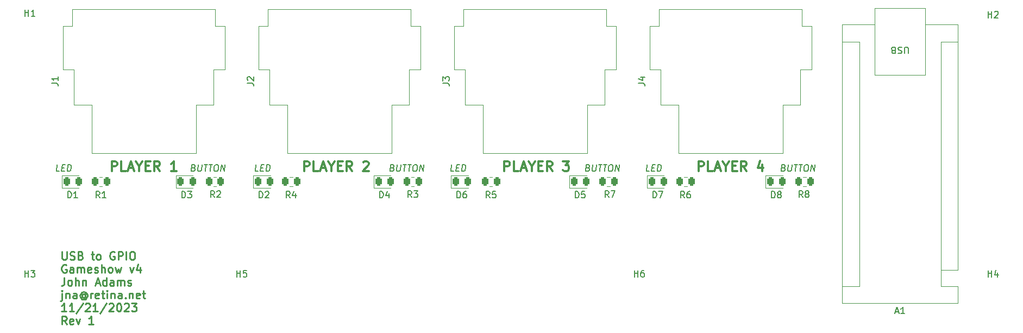
<source format=gbr>
%TF.GenerationSoftware,KiCad,Pcbnew,7.0.9*%
%TF.CreationDate,2023-12-01T11:37:00-08:00*%
%TF.ProjectId,gameshow_v4,67616d65-7368-46f7-975f-76342e6b6963,rev?*%
%TF.SameCoordinates,Original*%
%TF.FileFunction,Legend,Top*%
%TF.FilePolarity,Positive*%
%FSLAX46Y46*%
G04 Gerber Fmt 4.6, Leading zero omitted, Abs format (unit mm)*
G04 Created by KiCad (PCBNEW 7.0.9) date 2023-12-01 11:37:00*
%MOMM*%
%LPD*%
G01*
G04 APERTURE LIST*
G04 Aperture macros list*
%AMRoundRect*
0 Rectangle with rounded corners*
0 $1 Rounding radius*
0 $2 $3 $4 $5 $6 $7 $8 $9 X,Y pos of 4 corners*
0 Add a 4 corners polygon primitive as box body*
4,1,4,$2,$3,$4,$5,$6,$7,$8,$9,$2,$3,0*
0 Add four circle primitives for the rounded corners*
1,1,$1+$1,$2,$3*
1,1,$1+$1,$4,$5*
1,1,$1+$1,$6,$7*
1,1,$1+$1,$8,$9*
0 Add four rect primitives between the rounded corners*
20,1,$1+$1,$2,$3,$4,$5,0*
20,1,$1+$1,$4,$5,$6,$7,0*
20,1,$1+$1,$6,$7,$8,$9,0*
20,1,$1+$1,$8,$9,$2,$3,0*%
G04 Aperture macros list end*
%ADD10C,0.150000*%
%ADD11C,0.300000*%
%ADD12C,0.250000*%
%ADD13C,0.120000*%
%ADD14RoundRect,0.250000X0.262500X0.450000X-0.262500X0.450000X-0.262500X-0.450000X0.262500X-0.450000X0*%
%ADD15C,3.200000*%
%ADD16RoundRect,0.243750X-0.243750X-0.456250X0.243750X-0.456250X0.243750X0.456250X-0.243750X0.456250X0*%
%ADD17R,1.600000X1.600000*%
%ADD18O,1.600000X1.600000*%
%ADD19C,1.600000*%
%ADD20C,3.400000*%
%ADD21C,2.900000*%
%ADD22RoundRect,0.250000X-0.262500X-0.450000X0.262500X-0.450000X0.262500X0.450000X-0.262500X0.450000X0*%
G04 APERTURE END LIST*
D10*
X171495017Y-79619819D02*
X171018826Y-79619819D01*
X171018826Y-79619819D02*
X171143826Y-78619819D01*
X171893827Y-79096009D02*
X172227160Y-79096009D01*
X172304541Y-79619819D02*
X171828350Y-79619819D01*
X171828350Y-79619819D02*
X171953350Y-78619819D01*
X171953350Y-78619819D02*
X172429541Y-78619819D01*
X172733112Y-79619819D02*
X172858112Y-78619819D01*
X172858112Y-78619819D02*
X173096208Y-78619819D01*
X173096208Y-78619819D02*
X173233112Y-78667438D01*
X173233112Y-78667438D02*
X173316446Y-78762676D01*
X173316446Y-78762676D02*
X173352160Y-78857914D01*
X173352160Y-78857914D02*
X173375970Y-79048390D01*
X173375970Y-79048390D02*
X173358112Y-79191247D01*
X173358112Y-79191247D02*
X173286684Y-79381723D01*
X173286684Y-79381723D02*
X173227160Y-79476961D01*
X173227160Y-79476961D02*
X173120017Y-79572200D01*
X173120017Y-79572200D02*
X172971208Y-79619819D01*
X172971208Y-79619819D02*
X172733112Y-79619819D01*
X192417642Y-79096009D02*
X192554547Y-79143628D01*
X192554547Y-79143628D02*
X192596213Y-79191247D01*
X192596213Y-79191247D02*
X192631928Y-79286485D01*
X192631928Y-79286485D02*
X192614070Y-79429342D01*
X192614070Y-79429342D02*
X192554547Y-79524580D01*
X192554547Y-79524580D02*
X192500975Y-79572200D01*
X192500975Y-79572200D02*
X192399785Y-79619819D01*
X192399785Y-79619819D02*
X192018832Y-79619819D01*
X192018832Y-79619819D02*
X192143832Y-78619819D01*
X192143832Y-78619819D02*
X192477166Y-78619819D01*
X192477166Y-78619819D02*
X192566451Y-78667438D01*
X192566451Y-78667438D02*
X192608118Y-78715057D01*
X192608118Y-78715057D02*
X192643832Y-78810295D01*
X192643832Y-78810295D02*
X192631928Y-78905533D01*
X192631928Y-78905533D02*
X192572404Y-79000771D01*
X192572404Y-79000771D02*
X192518832Y-79048390D01*
X192518832Y-79048390D02*
X192417642Y-79096009D01*
X192417642Y-79096009D02*
X192084309Y-79096009D01*
X193143832Y-78619819D02*
X193042642Y-79429342D01*
X193042642Y-79429342D02*
X193078356Y-79524580D01*
X193078356Y-79524580D02*
X193120023Y-79572200D01*
X193120023Y-79572200D02*
X193209309Y-79619819D01*
X193209309Y-79619819D02*
X193399785Y-79619819D01*
X193399785Y-79619819D02*
X193500975Y-79572200D01*
X193500975Y-79572200D02*
X193554547Y-79524580D01*
X193554547Y-79524580D02*
X193614070Y-79429342D01*
X193614070Y-79429342D02*
X193715261Y-78619819D01*
X194048594Y-78619819D02*
X194620023Y-78619819D01*
X194209309Y-79619819D02*
X194334309Y-78619819D01*
X194810499Y-78619819D02*
X195381928Y-78619819D01*
X194971214Y-79619819D02*
X195096214Y-78619819D01*
X195905738Y-78619819D02*
X196096214Y-78619819D01*
X196096214Y-78619819D02*
X196185499Y-78667438D01*
X196185499Y-78667438D02*
X196268833Y-78762676D01*
X196268833Y-78762676D02*
X196292642Y-78953152D01*
X196292642Y-78953152D02*
X196250976Y-79286485D01*
X196250976Y-79286485D02*
X196179547Y-79476961D01*
X196179547Y-79476961D02*
X196072404Y-79572200D01*
X196072404Y-79572200D02*
X195971214Y-79619819D01*
X195971214Y-79619819D02*
X195780738Y-79619819D01*
X195780738Y-79619819D02*
X195691452Y-79572200D01*
X195691452Y-79572200D02*
X195608119Y-79476961D01*
X195608119Y-79476961D02*
X195584309Y-79286485D01*
X195584309Y-79286485D02*
X195625976Y-78953152D01*
X195625976Y-78953152D02*
X195697404Y-78762676D01*
X195697404Y-78762676D02*
X195804547Y-78667438D01*
X195804547Y-78667438D02*
X195905738Y-78619819D01*
X196637880Y-79619819D02*
X196762880Y-78619819D01*
X196762880Y-78619819D02*
X197209309Y-79619819D01*
X197209309Y-79619819D02*
X197334309Y-78619819D01*
D11*
X179150000Y-79556828D02*
X179150000Y-78056828D01*
X179150000Y-78056828D02*
X179721429Y-78056828D01*
X179721429Y-78056828D02*
X179864286Y-78128257D01*
X179864286Y-78128257D02*
X179935715Y-78199685D01*
X179935715Y-78199685D02*
X180007143Y-78342542D01*
X180007143Y-78342542D02*
X180007143Y-78556828D01*
X180007143Y-78556828D02*
X179935715Y-78699685D01*
X179935715Y-78699685D02*
X179864286Y-78771114D01*
X179864286Y-78771114D02*
X179721429Y-78842542D01*
X179721429Y-78842542D02*
X179150000Y-78842542D01*
X181364286Y-79556828D02*
X180650000Y-79556828D01*
X180650000Y-79556828D02*
X180650000Y-78056828D01*
X181792858Y-79128257D02*
X182507144Y-79128257D01*
X181650001Y-79556828D02*
X182150001Y-78056828D01*
X182150001Y-78056828D02*
X182650001Y-79556828D01*
X183435715Y-78842542D02*
X183435715Y-79556828D01*
X182935715Y-78056828D02*
X183435715Y-78842542D01*
X183435715Y-78842542D02*
X183935715Y-78056828D01*
X184435714Y-78771114D02*
X184935714Y-78771114D01*
X185150000Y-79556828D02*
X184435714Y-79556828D01*
X184435714Y-79556828D02*
X184435714Y-78056828D01*
X184435714Y-78056828D02*
X185150000Y-78056828D01*
X186650000Y-79556828D02*
X186150000Y-78842542D01*
X185792857Y-79556828D02*
X185792857Y-78056828D01*
X185792857Y-78056828D02*
X186364286Y-78056828D01*
X186364286Y-78056828D02*
X186507143Y-78128257D01*
X186507143Y-78128257D02*
X186578572Y-78199685D01*
X186578572Y-78199685D02*
X186650000Y-78342542D01*
X186650000Y-78342542D02*
X186650000Y-78556828D01*
X186650000Y-78556828D02*
X186578572Y-78699685D01*
X186578572Y-78699685D02*
X186507143Y-78771114D01*
X186507143Y-78771114D02*
X186364286Y-78842542D01*
X186364286Y-78842542D02*
X185792857Y-78842542D01*
X189078572Y-78556828D02*
X189078572Y-79556828D01*
X188721429Y-77985400D02*
X188364286Y-79056828D01*
X188364286Y-79056828D02*
X189292857Y-79056828D01*
X87710000Y-79556828D02*
X87710000Y-78056828D01*
X87710000Y-78056828D02*
X88281429Y-78056828D01*
X88281429Y-78056828D02*
X88424286Y-78128257D01*
X88424286Y-78128257D02*
X88495715Y-78199685D01*
X88495715Y-78199685D02*
X88567143Y-78342542D01*
X88567143Y-78342542D02*
X88567143Y-78556828D01*
X88567143Y-78556828D02*
X88495715Y-78699685D01*
X88495715Y-78699685D02*
X88424286Y-78771114D01*
X88424286Y-78771114D02*
X88281429Y-78842542D01*
X88281429Y-78842542D02*
X87710000Y-78842542D01*
X89924286Y-79556828D02*
X89210000Y-79556828D01*
X89210000Y-79556828D02*
X89210000Y-78056828D01*
X90352858Y-79128257D02*
X91067144Y-79128257D01*
X90210001Y-79556828D02*
X90710001Y-78056828D01*
X90710001Y-78056828D02*
X91210001Y-79556828D01*
X91995715Y-78842542D02*
X91995715Y-79556828D01*
X91495715Y-78056828D02*
X91995715Y-78842542D01*
X91995715Y-78842542D02*
X92495715Y-78056828D01*
X92995714Y-78771114D02*
X93495714Y-78771114D01*
X93710000Y-79556828D02*
X92995714Y-79556828D01*
X92995714Y-79556828D02*
X92995714Y-78056828D01*
X92995714Y-78056828D02*
X93710000Y-78056828D01*
X95210000Y-79556828D02*
X94710000Y-78842542D01*
X94352857Y-79556828D02*
X94352857Y-78056828D01*
X94352857Y-78056828D02*
X94924286Y-78056828D01*
X94924286Y-78056828D02*
X95067143Y-78128257D01*
X95067143Y-78128257D02*
X95138572Y-78199685D01*
X95138572Y-78199685D02*
X95210000Y-78342542D01*
X95210000Y-78342542D02*
X95210000Y-78556828D01*
X95210000Y-78556828D02*
X95138572Y-78699685D01*
X95138572Y-78699685D02*
X95067143Y-78771114D01*
X95067143Y-78771114D02*
X94924286Y-78842542D01*
X94924286Y-78842542D02*
X94352857Y-78842542D01*
X97781429Y-79556828D02*
X96924286Y-79556828D01*
X97352857Y-79556828D02*
X97352857Y-78056828D01*
X97352857Y-78056828D02*
X97210000Y-78271114D01*
X97210000Y-78271114D02*
X97067143Y-78413971D01*
X97067143Y-78413971D02*
X96924286Y-78485400D01*
X117682000Y-79556828D02*
X117682000Y-78056828D01*
X117682000Y-78056828D02*
X118253429Y-78056828D01*
X118253429Y-78056828D02*
X118396286Y-78128257D01*
X118396286Y-78128257D02*
X118467715Y-78199685D01*
X118467715Y-78199685D02*
X118539143Y-78342542D01*
X118539143Y-78342542D02*
X118539143Y-78556828D01*
X118539143Y-78556828D02*
X118467715Y-78699685D01*
X118467715Y-78699685D02*
X118396286Y-78771114D01*
X118396286Y-78771114D02*
X118253429Y-78842542D01*
X118253429Y-78842542D02*
X117682000Y-78842542D01*
X119896286Y-79556828D02*
X119182000Y-79556828D01*
X119182000Y-79556828D02*
X119182000Y-78056828D01*
X120324858Y-79128257D02*
X121039144Y-79128257D01*
X120182001Y-79556828D02*
X120682001Y-78056828D01*
X120682001Y-78056828D02*
X121182001Y-79556828D01*
X121967715Y-78842542D02*
X121967715Y-79556828D01*
X121467715Y-78056828D02*
X121967715Y-78842542D01*
X121967715Y-78842542D02*
X122467715Y-78056828D01*
X122967714Y-78771114D02*
X123467714Y-78771114D01*
X123682000Y-79556828D02*
X122967714Y-79556828D01*
X122967714Y-79556828D02*
X122967714Y-78056828D01*
X122967714Y-78056828D02*
X123682000Y-78056828D01*
X125182000Y-79556828D02*
X124682000Y-78842542D01*
X124324857Y-79556828D02*
X124324857Y-78056828D01*
X124324857Y-78056828D02*
X124896286Y-78056828D01*
X124896286Y-78056828D02*
X125039143Y-78128257D01*
X125039143Y-78128257D02*
X125110572Y-78199685D01*
X125110572Y-78199685D02*
X125182000Y-78342542D01*
X125182000Y-78342542D02*
X125182000Y-78556828D01*
X125182000Y-78556828D02*
X125110572Y-78699685D01*
X125110572Y-78699685D02*
X125039143Y-78771114D01*
X125039143Y-78771114D02*
X124896286Y-78842542D01*
X124896286Y-78842542D02*
X124324857Y-78842542D01*
X126896286Y-78199685D02*
X126967714Y-78128257D01*
X126967714Y-78128257D02*
X127110572Y-78056828D01*
X127110572Y-78056828D02*
X127467714Y-78056828D01*
X127467714Y-78056828D02*
X127610572Y-78128257D01*
X127610572Y-78128257D02*
X127682000Y-78199685D01*
X127682000Y-78199685D02*
X127753429Y-78342542D01*
X127753429Y-78342542D02*
X127753429Y-78485400D01*
X127753429Y-78485400D02*
X127682000Y-78699685D01*
X127682000Y-78699685D02*
X126824857Y-79556828D01*
X126824857Y-79556828D02*
X127753429Y-79556828D01*
D12*
X79964092Y-92153523D02*
X79964092Y-93165428D01*
X79964092Y-93165428D02*
X80023615Y-93284476D01*
X80023615Y-93284476D02*
X80083139Y-93344000D01*
X80083139Y-93344000D02*
X80202187Y-93403523D01*
X80202187Y-93403523D02*
X80440282Y-93403523D01*
X80440282Y-93403523D02*
X80559330Y-93344000D01*
X80559330Y-93344000D02*
X80618853Y-93284476D01*
X80618853Y-93284476D02*
X80678377Y-93165428D01*
X80678377Y-93165428D02*
X80678377Y-92153523D01*
X81214092Y-93344000D02*
X81392663Y-93403523D01*
X81392663Y-93403523D02*
X81690282Y-93403523D01*
X81690282Y-93403523D02*
X81809330Y-93344000D01*
X81809330Y-93344000D02*
X81868854Y-93284476D01*
X81868854Y-93284476D02*
X81928377Y-93165428D01*
X81928377Y-93165428D02*
X81928377Y-93046380D01*
X81928377Y-93046380D02*
X81868854Y-92927333D01*
X81868854Y-92927333D02*
X81809330Y-92867809D01*
X81809330Y-92867809D02*
X81690282Y-92808285D01*
X81690282Y-92808285D02*
X81452187Y-92748761D01*
X81452187Y-92748761D02*
X81333139Y-92689238D01*
X81333139Y-92689238D02*
X81273616Y-92629714D01*
X81273616Y-92629714D02*
X81214092Y-92510666D01*
X81214092Y-92510666D02*
X81214092Y-92391619D01*
X81214092Y-92391619D02*
X81273616Y-92272571D01*
X81273616Y-92272571D02*
X81333139Y-92213047D01*
X81333139Y-92213047D02*
X81452187Y-92153523D01*
X81452187Y-92153523D02*
X81749806Y-92153523D01*
X81749806Y-92153523D02*
X81928377Y-92213047D01*
X82880758Y-92748761D02*
X83059330Y-92808285D01*
X83059330Y-92808285D02*
X83118853Y-92867809D01*
X83118853Y-92867809D02*
X83178377Y-92986857D01*
X83178377Y-92986857D02*
X83178377Y-93165428D01*
X83178377Y-93165428D02*
X83118853Y-93284476D01*
X83118853Y-93284476D02*
X83059330Y-93344000D01*
X83059330Y-93344000D02*
X82940282Y-93403523D01*
X82940282Y-93403523D02*
X82464092Y-93403523D01*
X82464092Y-93403523D02*
X82464092Y-92153523D01*
X82464092Y-92153523D02*
X82880758Y-92153523D01*
X82880758Y-92153523D02*
X82999806Y-92213047D01*
X82999806Y-92213047D02*
X83059330Y-92272571D01*
X83059330Y-92272571D02*
X83118853Y-92391619D01*
X83118853Y-92391619D02*
X83118853Y-92510666D01*
X83118853Y-92510666D02*
X83059330Y-92629714D01*
X83059330Y-92629714D02*
X82999806Y-92689238D01*
X82999806Y-92689238D02*
X82880758Y-92748761D01*
X82880758Y-92748761D02*
X82464092Y-92748761D01*
X84487901Y-92570190D02*
X84964092Y-92570190D01*
X84666473Y-92153523D02*
X84666473Y-93224952D01*
X84666473Y-93224952D02*
X84725996Y-93344000D01*
X84725996Y-93344000D02*
X84845044Y-93403523D01*
X84845044Y-93403523D02*
X84964092Y-93403523D01*
X85559330Y-93403523D02*
X85440282Y-93344000D01*
X85440282Y-93344000D02*
X85380759Y-93284476D01*
X85380759Y-93284476D02*
X85321235Y-93165428D01*
X85321235Y-93165428D02*
X85321235Y-92808285D01*
X85321235Y-92808285D02*
X85380759Y-92689238D01*
X85380759Y-92689238D02*
X85440282Y-92629714D01*
X85440282Y-92629714D02*
X85559330Y-92570190D01*
X85559330Y-92570190D02*
X85737901Y-92570190D01*
X85737901Y-92570190D02*
X85856949Y-92629714D01*
X85856949Y-92629714D02*
X85916473Y-92689238D01*
X85916473Y-92689238D02*
X85975997Y-92808285D01*
X85975997Y-92808285D02*
X85975997Y-93165428D01*
X85975997Y-93165428D02*
X85916473Y-93284476D01*
X85916473Y-93284476D02*
X85856949Y-93344000D01*
X85856949Y-93344000D02*
X85737901Y-93403523D01*
X85737901Y-93403523D02*
X85559330Y-93403523D01*
X88118853Y-92213047D02*
X87999806Y-92153523D01*
X87999806Y-92153523D02*
X87821234Y-92153523D01*
X87821234Y-92153523D02*
X87642663Y-92213047D01*
X87642663Y-92213047D02*
X87523615Y-92332095D01*
X87523615Y-92332095D02*
X87464092Y-92451142D01*
X87464092Y-92451142D02*
X87404568Y-92689238D01*
X87404568Y-92689238D02*
X87404568Y-92867809D01*
X87404568Y-92867809D02*
X87464092Y-93105904D01*
X87464092Y-93105904D02*
X87523615Y-93224952D01*
X87523615Y-93224952D02*
X87642663Y-93344000D01*
X87642663Y-93344000D02*
X87821234Y-93403523D01*
X87821234Y-93403523D02*
X87940282Y-93403523D01*
X87940282Y-93403523D02*
X88118853Y-93344000D01*
X88118853Y-93344000D02*
X88178377Y-93284476D01*
X88178377Y-93284476D02*
X88178377Y-92867809D01*
X88178377Y-92867809D02*
X87940282Y-92867809D01*
X88714092Y-93403523D02*
X88714092Y-92153523D01*
X88714092Y-92153523D02*
X89190282Y-92153523D01*
X89190282Y-92153523D02*
X89309330Y-92213047D01*
X89309330Y-92213047D02*
X89368853Y-92272571D01*
X89368853Y-92272571D02*
X89428377Y-92391619D01*
X89428377Y-92391619D02*
X89428377Y-92570190D01*
X89428377Y-92570190D02*
X89368853Y-92689238D01*
X89368853Y-92689238D02*
X89309330Y-92748761D01*
X89309330Y-92748761D02*
X89190282Y-92808285D01*
X89190282Y-92808285D02*
X88714092Y-92808285D01*
X89964092Y-93403523D02*
X89964092Y-92153523D01*
X90797425Y-92153523D02*
X91035520Y-92153523D01*
X91035520Y-92153523D02*
X91154568Y-92213047D01*
X91154568Y-92213047D02*
X91273615Y-92332095D01*
X91273615Y-92332095D02*
X91333139Y-92570190D01*
X91333139Y-92570190D02*
X91333139Y-92986857D01*
X91333139Y-92986857D02*
X91273615Y-93224952D01*
X91273615Y-93224952D02*
X91154568Y-93344000D01*
X91154568Y-93344000D02*
X91035520Y-93403523D01*
X91035520Y-93403523D02*
X90797425Y-93403523D01*
X90797425Y-93403523D02*
X90678377Y-93344000D01*
X90678377Y-93344000D02*
X90559330Y-93224952D01*
X90559330Y-93224952D02*
X90499806Y-92986857D01*
X90499806Y-92986857D02*
X90499806Y-92570190D01*
X90499806Y-92570190D02*
X90559330Y-92332095D01*
X90559330Y-92332095D02*
X90678377Y-92213047D01*
X90678377Y-92213047D02*
X90797425Y-92153523D01*
X80618853Y-94225547D02*
X80499806Y-94166023D01*
X80499806Y-94166023D02*
X80321234Y-94166023D01*
X80321234Y-94166023D02*
X80142663Y-94225547D01*
X80142663Y-94225547D02*
X80023615Y-94344595D01*
X80023615Y-94344595D02*
X79964092Y-94463642D01*
X79964092Y-94463642D02*
X79904568Y-94701738D01*
X79904568Y-94701738D02*
X79904568Y-94880309D01*
X79904568Y-94880309D02*
X79964092Y-95118404D01*
X79964092Y-95118404D02*
X80023615Y-95237452D01*
X80023615Y-95237452D02*
X80142663Y-95356500D01*
X80142663Y-95356500D02*
X80321234Y-95416023D01*
X80321234Y-95416023D02*
X80440282Y-95416023D01*
X80440282Y-95416023D02*
X80618853Y-95356500D01*
X80618853Y-95356500D02*
X80678377Y-95296976D01*
X80678377Y-95296976D02*
X80678377Y-94880309D01*
X80678377Y-94880309D02*
X80440282Y-94880309D01*
X81749806Y-95416023D02*
X81749806Y-94761261D01*
X81749806Y-94761261D02*
X81690282Y-94642214D01*
X81690282Y-94642214D02*
X81571234Y-94582690D01*
X81571234Y-94582690D02*
X81333139Y-94582690D01*
X81333139Y-94582690D02*
X81214092Y-94642214D01*
X81749806Y-95356500D02*
X81630758Y-95416023D01*
X81630758Y-95416023D02*
X81333139Y-95416023D01*
X81333139Y-95416023D02*
X81214092Y-95356500D01*
X81214092Y-95356500D02*
X81154568Y-95237452D01*
X81154568Y-95237452D02*
X81154568Y-95118404D01*
X81154568Y-95118404D02*
X81214092Y-94999357D01*
X81214092Y-94999357D02*
X81333139Y-94939833D01*
X81333139Y-94939833D02*
X81630758Y-94939833D01*
X81630758Y-94939833D02*
X81749806Y-94880309D01*
X82345044Y-95416023D02*
X82345044Y-94582690D01*
X82345044Y-94701738D02*
X82404567Y-94642214D01*
X82404567Y-94642214D02*
X82523615Y-94582690D01*
X82523615Y-94582690D02*
X82702186Y-94582690D01*
X82702186Y-94582690D02*
X82821234Y-94642214D01*
X82821234Y-94642214D02*
X82880758Y-94761261D01*
X82880758Y-94761261D02*
X82880758Y-95416023D01*
X82880758Y-94761261D02*
X82940282Y-94642214D01*
X82940282Y-94642214D02*
X83059329Y-94582690D01*
X83059329Y-94582690D02*
X83237901Y-94582690D01*
X83237901Y-94582690D02*
X83356948Y-94642214D01*
X83356948Y-94642214D02*
X83416472Y-94761261D01*
X83416472Y-94761261D02*
X83416472Y-95416023D01*
X84487901Y-95356500D02*
X84368853Y-95416023D01*
X84368853Y-95416023D02*
X84130758Y-95416023D01*
X84130758Y-95416023D02*
X84011711Y-95356500D01*
X84011711Y-95356500D02*
X83952187Y-95237452D01*
X83952187Y-95237452D02*
X83952187Y-94761261D01*
X83952187Y-94761261D02*
X84011711Y-94642214D01*
X84011711Y-94642214D02*
X84130758Y-94582690D01*
X84130758Y-94582690D02*
X84368853Y-94582690D01*
X84368853Y-94582690D02*
X84487901Y-94642214D01*
X84487901Y-94642214D02*
X84547425Y-94761261D01*
X84547425Y-94761261D02*
X84547425Y-94880309D01*
X84547425Y-94880309D02*
X83952187Y-94999357D01*
X85023616Y-95356500D02*
X85142663Y-95416023D01*
X85142663Y-95416023D02*
X85380759Y-95416023D01*
X85380759Y-95416023D02*
X85499806Y-95356500D01*
X85499806Y-95356500D02*
X85559330Y-95237452D01*
X85559330Y-95237452D02*
X85559330Y-95177928D01*
X85559330Y-95177928D02*
X85499806Y-95058880D01*
X85499806Y-95058880D02*
X85380759Y-94999357D01*
X85380759Y-94999357D02*
X85202187Y-94999357D01*
X85202187Y-94999357D02*
X85083140Y-94939833D01*
X85083140Y-94939833D02*
X85023616Y-94820785D01*
X85023616Y-94820785D02*
X85023616Y-94761261D01*
X85023616Y-94761261D02*
X85083140Y-94642214D01*
X85083140Y-94642214D02*
X85202187Y-94582690D01*
X85202187Y-94582690D02*
X85380759Y-94582690D01*
X85380759Y-94582690D02*
X85499806Y-94642214D01*
X86095045Y-95416023D02*
X86095045Y-94166023D01*
X86630759Y-95416023D02*
X86630759Y-94761261D01*
X86630759Y-94761261D02*
X86571235Y-94642214D01*
X86571235Y-94642214D02*
X86452187Y-94582690D01*
X86452187Y-94582690D02*
X86273616Y-94582690D01*
X86273616Y-94582690D02*
X86154568Y-94642214D01*
X86154568Y-94642214D02*
X86095045Y-94701738D01*
X87404568Y-95416023D02*
X87285520Y-95356500D01*
X87285520Y-95356500D02*
X87225997Y-95296976D01*
X87225997Y-95296976D02*
X87166473Y-95177928D01*
X87166473Y-95177928D02*
X87166473Y-94820785D01*
X87166473Y-94820785D02*
X87225997Y-94701738D01*
X87225997Y-94701738D02*
X87285520Y-94642214D01*
X87285520Y-94642214D02*
X87404568Y-94582690D01*
X87404568Y-94582690D02*
X87583139Y-94582690D01*
X87583139Y-94582690D02*
X87702187Y-94642214D01*
X87702187Y-94642214D02*
X87761711Y-94701738D01*
X87761711Y-94701738D02*
X87821235Y-94820785D01*
X87821235Y-94820785D02*
X87821235Y-95177928D01*
X87821235Y-95177928D02*
X87761711Y-95296976D01*
X87761711Y-95296976D02*
X87702187Y-95356500D01*
X87702187Y-95356500D02*
X87583139Y-95416023D01*
X87583139Y-95416023D02*
X87404568Y-95416023D01*
X88237901Y-94582690D02*
X88475996Y-95416023D01*
X88475996Y-95416023D02*
X88714091Y-94820785D01*
X88714091Y-94820785D02*
X88952187Y-95416023D01*
X88952187Y-95416023D02*
X89190282Y-94582690D01*
X90499806Y-94582690D02*
X90797425Y-95416023D01*
X90797425Y-95416023D02*
X91095044Y-94582690D01*
X92106949Y-94582690D02*
X92106949Y-95416023D01*
X91809330Y-94106500D02*
X91511711Y-94999357D01*
X91511711Y-94999357D02*
X92285520Y-94999357D01*
X80321234Y-96178523D02*
X80321234Y-97071380D01*
X80321234Y-97071380D02*
X80261711Y-97249952D01*
X80261711Y-97249952D02*
X80142663Y-97369000D01*
X80142663Y-97369000D02*
X79964092Y-97428523D01*
X79964092Y-97428523D02*
X79845044Y-97428523D01*
X81095044Y-97428523D02*
X80975996Y-97369000D01*
X80975996Y-97369000D02*
X80916473Y-97309476D01*
X80916473Y-97309476D02*
X80856949Y-97190428D01*
X80856949Y-97190428D02*
X80856949Y-96833285D01*
X80856949Y-96833285D02*
X80916473Y-96714238D01*
X80916473Y-96714238D02*
X80975996Y-96654714D01*
X80975996Y-96654714D02*
X81095044Y-96595190D01*
X81095044Y-96595190D02*
X81273615Y-96595190D01*
X81273615Y-96595190D02*
X81392663Y-96654714D01*
X81392663Y-96654714D02*
X81452187Y-96714238D01*
X81452187Y-96714238D02*
X81511711Y-96833285D01*
X81511711Y-96833285D02*
X81511711Y-97190428D01*
X81511711Y-97190428D02*
X81452187Y-97309476D01*
X81452187Y-97309476D02*
X81392663Y-97369000D01*
X81392663Y-97369000D02*
X81273615Y-97428523D01*
X81273615Y-97428523D02*
X81095044Y-97428523D01*
X82047425Y-97428523D02*
X82047425Y-96178523D01*
X82583139Y-97428523D02*
X82583139Y-96773761D01*
X82583139Y-96773761D02*
X82523615Y-96654714D01*
X82523615Y-96654714D02*
X82404567Y-96595190D01*
X82404567Y-96595190D02*
X82225996Y-96595190D01*
X82225996Y-96595190D02*
X82106948Y-96654714D01*
X82106948Y-96654714D02*
X82047425Y-96714238D01*
X83178377Y-96595190D02*
X83178377Y-97428523D01*
X83178377Y-96714238D02*
X83237900Y-96654714D01*
X83237900Y-96654714D02*
X83356948Y-96595190D01*
X83356948Y-96595190D02*
X83535519Y-96595190D01*
X83535519Y-96595190D02*
X83654567Y-96654714D01*
X83654567Y-96654714D02*
X83714091Y-96773761D01*
X83714091Y-96773761D02*
X83714091Y-97428523D01*
X85202186Y-97071380D02*
X85797424Y-97071380D01*
X85083138Y-97428523D02*
X85499805Y-96178523D01*
X85499805Y-96178523D02*
X85916471Y-97428523D01*
X86868853Y-97428523D02*
X86868853Y-96178523D01*
X86868853Y-97369000D02*
X86749805Y-97428523D01*
X86749805Y-97428523D02*
X86511710Y-97428523D01*
X86511710Y-97428523D02*
X86392662Y-97369000D01*
X86392662Y-97369000D02*
X86333139Y-97309476D01*
X86333139Y-97309476D02*
X86273615Y-97190428D01*
X86273615Y-97190428D02*
X86273615Y-96833285D01*
X86273615Y-96833285D02*
X86333139Y-96714238D01*
X86333139Y-96714238D02*
X86392662Y-96654714D01*
X86392662Y-96654714D02*
X86511710Y-96595190D01*
X86511710Y-96595190D02*
X86749805Y-96595190D01*
X86749805Y-96595190D02*
X86868853Y-96654714D01*
X87999805Y-97428523D02*
X87999805Y-96773761D01*
X87999805Y-96773761D02*
X87940281Y-96654714D01*
X87940281Y-96654714D02*
X87821233Y-96595190D01*
X87821233Y-96595190D02*
X87583138Y-96595190D01*
X87583138Y-96595190D02*
X87464091Y-96654714D01*
X87999805Y-97369000D02*
X87880757Y-97428523D01*
X87880757Y-97428523D02*
X87583138Y-97428523D01*
X87583138Y-97428523D02*
X87464091Y-97369000D01*
X87464091Y-97369000D02*
X87404567Y-97249952D01*
X87404567Y-97249952D02*
X87404567Y-97130904D01*
X87404567Y-97130904D02*
X87464091Y-97011857D01*
X87464091Y-97011857D02*
X87583138Y-96952333D01*
X87583138Y-96952333D02*
X87880757Y-96952333D01*
X87880757Y-96952333D02*
X87999805Y-96892809D01*
X88595043Y-97428523D02*
X88595043Y-96595190D01*
X88595043Y-96714238D02*
X88654566Y-96654714D01*
X88654566Y-96654714D02*
X88773614Y-96595190D01*
X88773614Y-96595190D02*
X88952185Y-96595190D01*
X88952185Y-96595190D02*
X89071233Y-96654714D01*
X89071233Y-96654714D02*
X89130757Y-96773761D01*
X89130757Y-96773761D02*
X89130757Y-97428523D01*
X89130757Y-96773761D02*
X89190281Y-96654714D01*
X89190281Y-96654714D02*
X89309328Y-96595190D01*
X89309328Y-96595190D02*
X89487900Y-96595190D01*
X89487900Y-96595190D02*
X89606947Y-96654714D01*
X89606947Y-96654714D02*
X89666471Y-96773761D01*
X89666471Y-96773761D02*
X89666471Y-97428523D01*
X90202186Y-97369000D02*
X90321233Y-97428523D01*
X90321233Y-97428523D02*
X90559329Y-97428523D01*
X90559329Y-97428523D02*
X90678376Y-97369000D01*
X90678376Y-97369000D02*
X90737900Y-97249952D01*
X90737900Y-97249952D02*
X90737900Y-97190428D01*
X90737900Y-97190428D02*
X90678376Y-97071380D01*
X90678376Y-97071380D02*
X90559329Y-97011857D01*
X90559329Y-97011857D02*
X90380757Y-97011857D01*
X90380757Y-97011857D02*
X90261710Y-96952333D01*
X90261710Y-96952333D02*
X90202186Y-96833285D01*
X90202186Y-96833285D02*
X90202186Y-96773761D01*
X90202186Y-96773761D02*
X90261710Y-96654714D01*
X90261710Y-96654714D02*
X90380757Y-96595190D01*
X90380757Y-96595190D02*
X90559329Y-96595190D01*
X90559329Y-96595190D02*
X90678376Y-96654714D01*
X79964092Y-98607690D02*
X79964092Y-99679119D01*
X79964092Y-99679119D02*
X79904568Y-99798166D01*
X79904568Y-99798166D02*
X79785520Y-99857690D01*
X79785520Y-99857690D02*
X79725996Y-99857690D01*
X79964092Y-98191023D02*
X79904568Y-98250547D01*
X79904568Y-98250547D02*
X79964092Y-98310071D01*
X79964092Y-98310071D02*
X80023615Y-98250547D01*
X80023615Y-98250547D02*
X79964092Y-98191023D01*
X79964092Y-98191023D02*
X79964092Y-98310071D01*
X80559330Y-98607690D02*
X80559330Y-99441023D01*
X80559330Y-98726738D02*
X80618853Y-98667214D01*
X80618853Y-98667214D02*
X80737901Y-98607690D01*
X80737901Y-98607690D02*
X80916472Y-98607690D01*
X80916472Y-98607690D02*
X81035520Y-98667214D01*
X81035520Y-98667214D02*
X81095044Y-98786261D01*
X81095044Y-98786261D02*
X81095044Y-99441023D01*
X82225996Y-99441023D02*
X82225996Y-98786261D01*
X82225996Y-98786261D02*
X82166472Y-98667214D01*
X82166472Y-98667214D02*
X82047424Y-98607690D01*
X82047424Y-98607690D02*
X81809329Y-98607690D01*
X81809329Y-98607690D02*
X81690282Y-98667214D01*
X82225996Y-99381500D02*
X82106948Y-99441023D01*
X82106948Y-99441023D02*
X81809329Y-99441023D01*
X81809329Y-99441023D02*
X81690282Y-99381500D01*
X81690282Y-99381500D02*
X81630758Y-99262452D01*
X81630758Y-99262452D02*
X81630758Y-99143404D01*
X81630758Y-99143404D02*
X81690282Y-99024357D01*
X81690282Y-99024357D02*
X81809329Y-98964833D01*
X81809329Y-98964833D02*
X82106948Y-98964833D01*
X82106948Y-98964833D02*
X82225996Y-98905309D01*
X83595043Y-98845785D02*
X83535519Y-98786261D01*
X83535519Y-98786261D02*
X83416472Y-98726738D01*
X83416472Y-98726738D02*
X83297424Y-98726738D01*
X83297424Y-98726738D02*
X83178376Y-98786261D01*
X83178376Y-98786261D02*
X83118853Y-98845785D01*
X83118853Y-98845785D02*
X83059329Y-98964833D01*
X83059329Y-98964833D02*
X83059329Y-99083880D01*
X83059329Y-99083880D02*
X83118853Y-99202928D01*
X83118853Y-99202928D02*
X83178376Y-99262452D01*
X83178376Y-99262452D02*
X83297424Y-99321976D01*
X83297424Y-99321976D02*
X83416472Y-99321976D01*
X83416472Y-99321976D02*
X83535519Y-99262452D01*
X83535519Y-99262452D02*
X83595043Y-99202928D01*
X83595043Y-98726738D02*
X83595043Y-99202928D01*
X83595043Y-99202928D02*
X83654567Y-99262452D01*
X83654567Y-99262452D02*
X83714091Y-99262452D01*
X83714091Y-99262452D02*
X83833138Y-99202928D01*
X83833138Y-99202928D02*
X83892662Y-99083880D01*
X83892662Y-99083880D02*
X83892662Y-98786261D01*
X83892662Y-98786261D02*
X83773615Y-98607690D01*
X83773615Y-98607690D02*
X83595043Y-98488642D01*
X83595043Y-98488642D02*
X83356948Y-98429119D01*
X83356948Y-98429119D02*
X83118853Y-98488642D01*
X83118853Y-98488642D02*
X82940281Y-98607690D01*
X82940281Y-98607690D02*
X82821234Y-98786261D01*
X82821234Y-98786261D02*
X82761710Y-99024357D01*
X82761710Y-99024357D02*
X82821234Y-99262452D01*
X82821234Y-99262452D02*
X82940281Y-99441023D01*
X82940281Y-99441023D02*
X83118853Y-99560071D01*
X83118853Y-99560071D02*
X83356948Y-99619595D01*
X83356948Y-99619595D02*
X83595043Y-99560071D01*
X83595043Y-99560071D02*
X83773615Y-99441023D01*
X84428377Y-99441023D02*
X84428377Y-98607690D01*
X84428377Y-98845785D02*
X84487900Y-98726738D01*
X84487900Y-98726738D02*
X84547424Y-98667214D01*
X84547424Y-98667214D02*
X84666472Y-98607690D01*
X84666472Y-98607690D02*
X84785519Y-98607690D01*
X85678377Y-99381500D02*
X85559329Y-99441023D01*
X85559329Y-99441023D02*
X85321234Y-99441023D01*
X85321234Y-99441023D02*
X85202187Y-99381500D01*
X85202187Y-99381500D02*
X85142663Y-99262452D01*
X85142663Y-99262452D02*
X85142663Y-98786261D01*
X85142663Y-98786261D02*
X85202187Y-98667214D01*
X85202187Y-98667214D02*
X85321234Y-98607690D01*
X85321234Y-98607690D02*
X85559329Y-98607690D01*
X85559329Y-98607690D02*
X85678377Y-98667214D01*
X85678377Y-98667214D02*
X85737901Y-98786261D01*
X85737901Y-98786261D02*
X85737901Y-98905309D01*
X85737901Y-98905309D02*
X85142663Y-99024357D01*
X86095044Y-98607690D02*
X86571235Y-98607690D01*
X86273616Y-98191023D02*
X86273616Y-99262452D01*
X86273616Y-99262452D02*
X86333139Y-99381500D01*
X86333139Y-99381500D02*
X86452187Y-99441023D01*
X86452187Y-99441023D02*
X86571235Y-99441023D01*
X86987902Y-99441023D02*
X86987902Y-98607690D01*
X86987902Y-98191023D02*
X86928378Y-98250547D01*
X86928378Y-98250547D02*
X86987902Y-98310071D01*
X86987902Y-98310071D02*
X87047425Y-98250547D01*
X87047425Y-98250547D02*
X86987902Y-98191023D01*
X86987902Y-98191023D02*
X86987902Y-98310071D01*
X87583140Y-98607690D02*
X87583140Y-99441023D01*
X87583140Y-98726738D02*
X87642663Y-98667214D01*
X87642663Y-98667214D02*
X87761711Y-98607690D01*
X87761711Y-98607690D02*
X87940282Y-98607690D01*
X87940282Y-98607690D02*
X88059330Y-98667214D01*
X88059330Y-98667214D02*
X88118854Y-98786261D01*
X88118854Y-98786261D02*
X88118854Y-99441023D01*
X89249806Y-99441023D02*
X89249806Y-98786261D01*
X89249806Y-98786261D02*
X89190282Y-98667214D01*
X89190282Y-98667214D02*
X89071234Y-98607690D01*
X89071234Y-98607690D02*
X88833139Y-98607690D01*
X88833139Y-98607690D02*
X88714092Y-98667214D01*
X89249806Y-99381500D02*
X89130758Y-99441023D01*
X89130758Y-99441023D02*
X88833139Y-99441023D01*
X88833139Y-99441023D02*
X88714092Y-99381500D01*
X88714092Y-99381500D02*
X88654568Y-99262452D01*
X88654568Y-99262452D02*
X88654568Y-99143404D01*
X88654568Y-99143404D02*
X88714092Y-99024357D01*
X88714092Y-99024357D02*
X88833139Y-98964833D01*
X88833139Y-98964833D02*
X89130758Y-98964833D01*
X89130758Y-98964833D02*
X89249806Y-98905309D01*
X89845044Y-99321976D02*
X89904567Y-99381500D01*
X89904567Y-99381500D02*
X89845044Y-99441023D01*
X89845044Y-99441023D02*
X89785520Y-99381500D01*
X89785520Y-99381500D02*
X89845044Y-99321976D01*
X89845044Y-99321976D02*
X89845044Y-99441023D01*
X90440282Y-98607690D02*
X90440282Y-99441023D01*
X90440282Y-98726738D02*
X90499805Y-98667214D01*
X90499805Y-98667214D02*
X90618853Y-98607690D01*
X90618853Y-98607690D02*
X90797424Y-98607690D01*
X90797424Y-98607690D02*
X90916472Y-98667214D01*
X90916472Y-98667214D02*
X90975996Y-98786261D01*
X90975996Y-98786261D02*
X90975996Y-99441023D01*
X92047424Y-99381500D02*
X91928376Y-99441023D01*
X91928376Y-99441023D02*
X91690281Y-99441023D01*
X91690281Y-99441023D02*
X91571234Y-99381500D01*
X91571234Y-99381500D02*
X91511710Y-99262452D01*
X91511710Y-99262452D02*
X91511710Y-98786261D01*
X91511710Y-98786261D02*
X91571234Y-98667214D01*
X91571234Y-98667214D02*
X91690281Y-98607690D01*
X91690281Y-98607690D02*
X91928376Y-98607690D01*
X91928376Y-98607690D02*
X92047424Y-98667214D01*
X92047424Y-98667214D02*
X92106948Y-98786261D01*
X92106948Y-98786261D02*
X92106948Y-98905309D01*
X92106948Y-98905309D02*
X91511710Y-99024357D01*
X92464091Y-98607690D02*
X92940282Y-98607690D01*
X92642663Y-98191023D02*
X92642663Y-99262452D01*
X92642663Y-99262452D02*
X92702186Y-99381500D01*
X92702186Y-99381500D02*
X92821234Y-99441023D01*
X92821234Y-99441023D02*
X92940282Y-99441023D01*
X80618853Y-101453523D02*
X79904568Y-101453523D01*
X80261711Y-101453523D02*
X80261711Y-100203523D01*
X80261711Y-100203523D02*
X80142663Y-100382095D01*
X80142663Y-100382095D02*
X80023615Y-100501142D01*
X80023615Y-100501142D02*
X79904568Y-100560666D01*
X81809329Y-101453523D02*
X81095044Y-101453523D01*
X81452187Y-101453523D02*
X81452187Y-100203523D01*
X81452187Y-100203523D02*
X81333139Y-100382095D01*
X81333139Y-100382095D02*
X81214091Y-100501142D01*
X81214091Y-100501142D02*
X81095044Y-100560666D01*
X83237901Y-100144000D02*
X82166472Y-101751142D01*
X83595044Y-100322571D02*
X83654568Y-100263047D01*
X83654568Y-100263047D02*
X83773615Y-100203523D01*
X83773615Y-100203523D02*
X84071234Y-100203523D01*
X84071234Y-100203523D02*
X84190282Y-100263047D01*
X84190282Y-100263047D02*
X84249806Y-100322571D01*
X84249806Y-100322571D02*
X84309329Y-100441619D01*
X84309329Y-100441619D02*
X84309329Y-100560666D01*
X84309329Y-100560666D02*
X84249806Y-100739238D01*
X84249806Y-100739238D02*
X83535520Y-101453523D01*
X83535520Y-101453523D02*
X84309329Y-101453523D01*
X85499805Y-101453523D02*
X84785520Y-101453523D01*
X85142663Y-101453523D02*
X85142663Y-100203523D01*
X85142663Y-100203523D02*
X85023615Y-100382095D01*
X85023615Y-100382095D02*
X84904567Y-100501142D01*
X84904567Y-100501142D02*
X84785520Y-100560666D01*
X86928377Y-100144000D02*
X85856948Y-101751142D01*
X87285520Y-100322571D02*
X87345044Y-100263047D01*
X87345044Y-100263047D02*
X87464091Y-100203523D01*
X87464091Y-100203523D02*
X87761710Y-100203523D01*
X87761710Y-100203523D02*
X87880758Y-100263047D01*
X87880758Y-100263047D02*
X87940282Y-100322571D01*
X87940282Y-100322571D02*
X87999805Y-100441619D01*
X87999805Y-100441619D02*
X87999805Y-100560666D01*
X87999805Y-100560666D02*
X87940282Y-100739238D01*
X87940282Y-100739238D02*
X87225996Y-101453523D01*
X87225996Y-101453523D02*
X87999805Y-101453523D01*
X88773615Y-100203523D02*
X88892662Y-100203523D01*
X88892662Y-100203523D02*
X89011710Y-100263047D01*
X89011710Y-100263047D02*
X89071234Y-100322571D01*
X89071234Y-100322571D02*
X89130758Y-100441619D01*
X89130758Y-100441619D02*
X89190281Y-100679714D01*
X89190281Y-100679714D02*
X89190281Y-100977333D01*
X89190281Y-100977333D02*
X89130758Y-101215428D01*
X89130758Y-101215428D02*
X89071234Y-101334476D01*
X89071234Y-101334476D02*
X89011710Y-101394000D01*
X89011710Y-101394000D02*
X88892662Y-101453523D01*
X88892662Y-101453523D02*
X88773615Y-101453523D01*
X88773615Y-101453523D02*
X88654567Y-101394000D01*
X88654567Y-101394000D02*
X88595043Y-101334476D01*
X88595043Y-101334476D02*
X88535520Y-101215428D01*
X88535520Y-101215428D02*
X88475996Y-100977333D01*
X88475996Y-100977333D02*
X88475996Y-100679714D01*
X88475996Y-100679714D02*
X88535520Y-100441619D01*
X88535520Y-100441619D02*
X88595043Y-100322571D01*
X88595043Y-100322571D02*
X88654567Y-100263047D01*
X88654567Y-100263047D02*
X88773615Y-100203523D01*
X89666472Y-100322571D02*
X89725996Y-100263047D01*
X89725996Y-100263047D02*
X89845043Y-100203523D01*
X89845043Y-100203523D02*
X90142662Y-100203523D01*
X90142662Y-100203523D02*
X90261710Y-100263047D01*
X90261710Y-100263047D02*
X90321234Y-100322571D01*
X90321234Y-100322571D02*
X90380757Y-100441619D01*
X90380757Y-100441619D02*
X90380757Y-100560666D01*
X90380757Y-100560666D02*
X90321234Y-100739238D01*
X90321234Y-100739238D02*
X89606948Y-101453523D01*
X89606948Y-101453523D02*
X90380757Y-101453523D01*
X90797424Y-100203523D02*
X91571233Y-100203523D01*
X91571233Y-100203523D02*
X91154567Y-100679714D01*
X91154567Y-100679714D02*
X91333138Y-100679714D01*
X91333138Y-100679714D02*
X91452186Y-100739238D01*
X91452186Y-100739238D02*
X91511710Y-100798761D01*
X91511710Y-100798761D02*
X91571233Y-100917809D01*
X91571233Y-100917809D02*
X91571233Y-101215428D01*
X91571233Y-101215428D02*
X91511710Y-101334476D01*
X91511710Y-101334476D02*
X91452186Y-101394000D01*
X91452186Y-101394000D02*
X91333138Y-101453523D01*
X91333138Y-101453523D02*
X90975995Y-101453523D01*
X90975995Y-101453523D02*
X90856948Y-101394000D01*
X90856948Y-101394000D02*
X90797424Y-101334476D01*
X80678377Y-103466023D02*
X80261711Y-102870785D01*
X79964092Y-103466023D02*
X79964092Y-102216023D01*
X79964092Y-102216023D02*
X80440282Y-102216023D01*
X80440282Y-102216023D02*
X80559330Y-102275547D01*
X80559330Y-102275547D02*
X80618853Y-102335071D01*
X80618853Y-102335071D02*
X80678377Y-102454119D01*
X80678377Y-102454119D02*
X80678377Y-102632690D01*
X80678377Y-102632690D02*
X80618853Y-102751738D01*
X80618853Y-102751738D02*
X80559330Y-102811261D01*
X80559330Y-102811261D02*
X80440282Y-102870785D01*
X80440282Y-102870785D02*
X79964092Y-102870785D01*
X81690282Y-103406500D02*
X81571234Y-103466023D01*
X81571234Y-103466023D02*
X81333139Y-103466023D01*
X81333139Y-103466023D02*
X81214092Y-103406500D01*
X81214092Y-103406500D02*
X81154568Y-103287452D01*
X81154568Y-103287452D02*
X81154568Y-102811261D01*
X81154568Y-102811261D02*
X81214092Y-102692214D01*
X81214092Y-102692214D02*
X81333139Y-102632690D01*
X81333139Y-102632690D02*
X81571234Y-102632690D01*
X81571234Y-102632690D02*
X81690282Y-102692214D01*
X81690282Y-102692214D02*
X81749806Y-102811261D01*
X81749806Y-102811261D02*
X81749806Y-102930309D01*
X81749806Y-102930309D02*
X81154568Y-103049357D01*
X82166473Y-102632690D02*
X82464092Y-103466023D01*
X82464092Y-103466023D02*
X82761711Y-102632690D01*
X84845044Y-103466023D02*
X84130759Y-103466023D01*
X84487902Y-103466023D02*
X84487902Y-102216023D01*
X84487902Y-102216023D02*
X84368854Y-102394595D01*
X84368854Y-102394595D02*
X84249806Y-102513642D01*
X84249806Y-102513642D02*
X84130759Y-102573166D01*
D11*
X148890510Y-79556828D02*
X148890510Y-78056828D01*
X148890510Y-78056828D02*
X149461939Y-78056828D01*
X149461939Y-78056828D02*
X149604796Y-78128257D01*
X149604796Y-78128257D02*
X149676225Y-78199685D01*
X149676225Y-78199685D02*
X149747653Y-78342542D01*
X149747653Y-78342542D02*
X149747653Y-78556828D01*
X149747653Y-78556828D02*
X149676225Y-78699685D01*
X149676225Y-78699685D02*
X149604796Y-78771114D01*
X149604796Y-78771114D02*
X149461939Y-78842542D01*
X149461939Y-78842542D02*
X148890510Y-78842542D01*
X151104796Y-79556828D02*
X150390510Y-79556828D01*
X150390510Y-79556828D02*
X150390510Y-78056828D01*
X151533368Y-79128257D02*
X152247654Y-79128257D01*
X151390511Y-79556828D02*
X151890511Y-78056828D01*
X151890511Y-78056828D02*
X152390511Y-79556828D01*
X153176225Y-78842542D02*
X153176225Y-79556828D01*
X152676225Y-78056828D02*
X153176225Y-78842542D01*
X153176225Y-78842542D02*
X153676225Y-78056828D01*
X154176224Y-78771114D02*
X154676224Y-78771114D01*
X154890510Y-79556828D02*
X154176224Y-79556828D01*
X154176224Y-79556828D02*
X154176224Y-78056828D01*
X154176224Y-78056828D02*
X154890510Y-78056828D01*
X156390510Y-79556828D02*
X155890510Y-78842542D01*
X155533367Y-79556828D02*
X155533367Y-78056828D01*
X155533367Y-78056828D02*
X156104796Y-78056828D01*
X156104796Y-78056828D02*
X156247653Y-78128257D01*
X156247653Y-78128257D02*
X156319082Y-78199685D01*
X156319082Y-78199685D02*
X156390510Y-78342542D01*
X156390510Y-78342542D02*
X156390510Y-78556828D01*
X156390510Y-78556828D02*
X156319082Y-78699685D01*
X156319082Y-78699685D02*
X156247653Y-78771114D01*
X156247653Y-78771114D02*
X156104796Y-78842542D01*
X156104796Y-78842542D02*
X155533367Y-78842542D01*
X158033367Y-78056828D02*
X158961939Y-78056828D01*
X158961939Y-78056828D02*
X158461939Y-78628257D01*
X158461939Y-78628257D02*
X158676224Y-78628257D01*
X158676224Y-78628257D02*
X158819082Y-78699685D01*
X158819082Y-78699685D02*
X158890510Y-78771114D01*
X158890510Y-78771114D02*
X158961939Y-78913971D01*
X158961939Y-78913971D02*
X158961939Y-79271114D01*
X158961939Y-79271114D02*
X158890510Y-79413971D01*
X158890510Y-79413971D02*
X158819082Y-79485400D01*
X158819082Y-79485400D02*
X158676224Y-79556828D01*
X158676224Y-79556828D02*
X158247653Y-79556828D01*
X158247653Y-79556828D02*
X158104796Y-79485400D01*
X158104796Y-79485400D02*
X158033367Y-79413971D01*
D10*
X141015017Y-79619819D02*
X140538826Y-79619819D01*
X140538826Y-79619819D02*
X140663826Y-78619819D01*
X141413827Y-79096009D02*
X141747160Y-79096009D01*
X141824541Y-79619819D02*
X141348350Y-79619819D01*
X141348350Y-79619819D02*
X141473350Y-78619819D01*
X141473350Y-78619819D02*
X141949541Y-78619819D01*
X142253112Y-79619819D02*
X142378112Y-78619819D01*
X142378112Y-78619819D02*
X142616208Y-78619819D01*
X142616208Y-78619819D02*
X142753112Y-78667438D01*
X142753112Y-78667438D02*
X142836446Y-78762676D01*
X142836446Y-78762676D02*
X142872160Y-78857914D01*
X142872160Y-78857914D02*
X142895970Y-79048390D01*
X142895970Y-79048390D02*
X142878112Y-79191247D01*
X142878112Y-79191247D02*
X142806684Y-79381723D01*
X142806684Y-79381723D02*
X142747160Y-79476961D01*
X142747160Y-79476961D02*
X142640017Y-79572200D01*
X142640017Y-79572200D02*
X142491208Y-79619819D01*
X142491208Y-79619819D02*
X142253112Y-79619819D01*
X161937642Y-79096009D02*
X162074547Y-79143628D01*
X162074547Y-79143628D02*
X162116213Y-79191247D01*
X162116213Y-79191247D02*
X162151928Y-79286485D01*
X162151928Y-79286485D02*
X162134070Y-79429342D01*
X162134070Y-79429342D02*
X162074547Y-79524580D01*
X162074547Y-79524580D02*
X162020975Y-79572200D01*
X162020975Y-79572200D02*
X161919785Y-79619819D01*
X161919785Y-79619819D02*
X161538832Y-79619819D01*
X161538832Y-79619819D02*
X161663832Y-78619819D01*
X161663832Y-78619819D02*
X161997166Y-78619819D01*
X161997166Y-78619819D02*
X162086451Y-78667438D01*
X162086451Y-78667438D02*
X162128118Y-78715057D01*
X162128118Y-78715057D02*
X162163832Y-78810295D01*
X162163832Y-78810295D02*
X162151928Y-78905533D01*
X162151928Y-78905533D02*
X162092404Y-79000771D01*
X162092404Y-79000771D02*
X162038832Y-79048390D01*
X162038832Y-79048390D02*
X161937642Y-79096009D01*
X161937642Y-79096009D02*
X161604309Y-79096009D01*
X162663832Y-78619819D02*
X162562642Y-79429342D01*
X162562642Y-79429342D02*
X162598356Y-79524580D01*
X162598356Y-79524580D02*
X162640023Y-79572200D01*
X162640023Y-79572200D02*
X162729309Y-79619819D01*
X162729309Y-79619819D02*
X162919785Y-79619819D01*
X162919785Y-79619819D02*
X163020975Y-79572200D01*
X163020975Y-79572200D02*
X163074547Y-79524580D01*
X163074547Y-79524580D02*
X163134070Y-79429342D01*
X163134070Y-79429342D02*
X163235261Y-78619819D01*
X163568594Y-78619819D02*
X164140023Y-78619819D01*
X163729309Y-79619819D02*
X163854309Y-78619819D01*
X164330499Y-78619819D02*
X164901928Y-78619819D01*
X164491214Y-79619819D02*
X164616214Y-78619819D01*
X165425738Y-78619819D02*
X165616214Y-78619819D01*
X165616214Y-78619819D02*
X165705499Y-78667438D01*
X165705499Y-78667438D02*
X165788833Y-78762676D01*
X165788833Y-78762676D02*
X165812642Y-78953152D01*
X165812642Y-78953152D02*
X165770976Y-79286485D01*
X165770976Y-79286485D02*
X165699547Y-79476961D01*
X165699547Y-79476961D02*
X165592404Y-79572200D01*
X165592404Y-79572200D02*
X165491214Y-79619819D01*
X165491214Y-79619819D02*
X165300738Y-79619819D01*
X165300738Y-79619819D02*
X165211452Y-79572200D01*
X165211452Y-79572200D02*
X165128119Y-79476961D01*
X165128119Y-79476961D02*
X165104309Y-79286485D01*
X165104309Y-79286485D02*
X165145976Y-78953152D01*
X165145976Y-78953152D02*
X165217404Y-78762676D01*
X165217404Y-78762676D02*
X165324547Y-78667438D01*
X165324547Y-78667438D02*
X165425738Y-78619819D01*
X166157880Y-79619819D02*
X166282880Y-78619819D01*
X166282880Y-78619819D02*
X166729309Y-79619819D01*
X166729309Y-79619819D02*
X166854309Y-78619819D01*
X79547017Y-79619819D02*
X79070826Y-79619819D01*
X79070826Y-79619819D02*
X79195826Y-78619819D01*
X79945827Y-79096009D02*
X80279160Y-79096009D01*
X80356541Y-79619819D02*
X79880350Y-79619819D01*
X79880350Y-79619819D02*
X80005350Y-78619819D01*
X80005350Y-78619819D02*
X80481541Y-78619819D01*
X80785112Y-79619819D02*
X80910112Y-78619819D01*
X80910112Y-78619819D02*
X81148208Y-78619819D01*
X81148208Y-78619819D02*
X81285112Y-78667438D01*
X81285112Y-78667438D02*
X81368446Y-78762676D01*
X81368446Y-78762676D02*
X81404160Y-78857914D01*
X81404160Y-78857914D02*
X81427970Y-79048390D01*
X81427970Y-79048390D02*
X81410112Y-79191247D01*
X81410112Y-79191247D02*
X81338684Y-79381723D01*
X81338684Y-79381723D02*
X81279160Y-79476961D01*
X81279160Y-79476961D02*
X81172017Y-79572200D01*
X81172017Y-79572200D02*
X81023208Y-79619819D01*
X81023208Y-79619819D02*
X80785112Y-79619819D01*
X100469642Y-79096009D02*
X100606547Y-79143628D01*
X100606547Y-79143628D02*
X100648213Y-79191247D01*
X100648213Y-79191247D02*
X100683928Y-79286485D01*
X100683928Y-79286485D02*
X100666070Y-79429342D01*
X100666070Y-79429342D02*
X100606547Y-79524580D01*
X100606547Y-79524580D02*
X100552975Y-79572200D01*
X100552975Y-79572200D02*
X100451785Y-79619819D01*
X100451785Y-79619819D02*
X100070832Y-79619819D01*
X100070832Y-79619819D02*
X100195832Y-78619819D01*
X100195832Y-78619819D02*
X100529166Y-78619819D01*
X100529166Y-78619819D02*
X100618451Y-78667438D01*
X100618451Y-78667438D02*
X100660118Y-78715057D01*
X100660118Y-78715057D02*
X100695832Y-78810295D01*
X100695832Y-78810295D02*
X100683928Y-78905533D01*
X100683928Y-78905533D02*
X100624404Y-79000771D01*
X100624404Y-79000771D02*
X100570832Y-79048390D01*
X100570832Y-79048390D02*
X100469642Y-79096009D01*
X100469642Y-79096009D02*
X100136309Y-79096009D01*
X101195832Y-78619819D02*
X101094642Y-79429342D01*
X101094642Y-79429342D02*
X101130356Y-79524580D01*
X101130356Y-79524580D02*
X101172023Y-79572200D01*
X101172023Y-79572200D02*
X101261309Y-79619819D01*
X101261309Y-79619819D02*
X101451785Y-79619819D01*
X101451785Y-79619819D02*
X101552975Y-79572200D01*
X101552975Y-79572200D02*
X101606547Y-79524580D01*
X101606547Y-79524580D02*
X101666070Y-79429342D01*
X101666070Y-79429342D02*
X101767261Y-78619819D01*
X102100594Y-78619819D02*
X102672023Y-78619819D01*
X102261309Y-79619819D02*
X102386309Y-78619819D01*
X102862499Y-78619819D02*
X103433928Y-78619819D01*
X103023214Y-79619819D02*
X103148214Y-78619819D01*
X103957738Y-78619819D02*
X104148214Y-78619819D01*
X104148214Y-78619819D02*
X104237499Y-78667438D01*
X104237499Y-78667438D02*
X104320833Y-78762676D01*
X104320833Y-78762676D02*
X104344642Y-78953152D01*
X104344642Y-78953152D02*
X104302976Y-79286485D01*
X104302976Y-79286485D02*
X104231547Y-79476961D01*
X104231547Y-79476961D02*
X104124404Y-79572200D01*
X104124404Y-79572200D02*
X104023214Y-79619819D01*
X104023214Y-79619819D02*
X103832738Y-79619819D01*
X103832738Y-79619819D02*
X103743452Y-79572200D01*
X103743452Y-79572200D02*
X103660119Y-79476961D01*
X103660119Y-79476961D02*
X103636309Y-79286485D01*
X103636309Y-79286485D02*
X103677976Y-78953152D01*
X103677976Y-78953152D02*
X103749404Y-78762676D01*
X103749404Y-78762676D02*
X103856547Y-78667438D01*
X103856547Y-78667438D02*
X103957738Y-78619819D01*
X104689880Y-79619819D02*
X104814880Y-78619819D01*
X104814880Y-78619819D02*
X105261309Y-79619819D01*
X105261309Y-79619819D02*
X105386309Y-78619819D01*
X110535017Y-79619819D02*
X110058826Y-79619819D01*
X110058826Y-79619819D02*
X110183826Y-78619819D01*
X110933827Y-79096009D02*
X111267160Y-79096009D01*
X111344541Y-79619819D02*
X110868350Y-79619819D01*
X110868350Y-79619819D02*
X110993350Y-78619819D01*
X110993350Y-78619819D02*
X111469541Y-78619819D01*
X111773112Y-79619819D02*
X111898112Y-78619819D01*
X111898112Y-78619819D02*
X112136208Y-78619819D01*
X112136208Y-78619819D02*
X112273112Y-78667438D01*
X112273112Y-78667438D02*
X112356446Y-78762676D01*
X112356446Y-78762676D02*
X112392160Y-78857914D01*
X112392160Y-78857914D02*
X112415970Y-79048390D01*
X112415970Y-79048390D02*
X112398112Y-79191247D01*
X112398112Y-79191247D02*
X112326684Y-79381723D01*
X112326684Y-79381723D02*
X112267160Y-79476961D01*
X112267160Y-79476961D02*
X112160017Y-79572200D01*
X112160017Y-79572200D02*
X112011208Y-79619819D01*
X112011208Y-79619819D02*
X111773112Y-79619819D01*
X131457642Y-79096009D02*
X131594547Y-79143628D01*
X131594547Y-79143628D02*
X131636213Y-79191247D01*
X131636213Y-79191247D02*
X131671928Y-79286485D01*
X131671928Y-79286485D02*
X131654070Y-79429342D01*
X131654070Y-79429342D02*
X131594547Y-79524580D01*
X131594547Y-79524580D02*
X131540975Y-79572200D01*
X131540975Y-79572200D02*
X131439785Y-79619819D01*
X131439785Y-79619819D02*
X131058832Y-79619819D01*
X131058832Y-79619819D02*
X131183832Y-78619819D01*
X131183832Y-78619819D02*
X131517166Y-78619819D01*
X131517166Y-78619819D02*
X131606451Y-78667438D01*
X131606451Y-78667438D02*
X131648118Y-78715057D01*
X131648118Y-78715057D02*
X131683832Y-78810295D01*
X131683832Y-78810295D02*
X131671928Y-78905533D01*
X131671928Y-78905533D02*
X131612404Y-79000771D01*
X131612404Y-79000771D02*
X131558832Y-79048390D01*
X131558832Y-79048390D02*
X131457642Y-79096009D01*
X131457642Y-79096009D02*
X131124309Y-79096009D01*
X132183832Y-78619819D02*
X132082642Y-79429342D01*
X132082642Y-79429342D02*
X132118356Y-79524580D01*
X132118356Y-79524580D02*
X132160023Y-79572200D01*
X132160023Y-79572200D02*
X132249309Y-79619819D01*
X132249309Y-79619819D02*
X132439785Y-79619819D01*
X132439785Y-79619819D02*
X132540975Y-79572200D01*
X132540975Y-79572200D02*
X132594547Y-79524580D01*
X132594547Y-79524580D02*
X132654070Y-79429342D01*
X132654070Y-79429342D02*
X132755261Y-78619819D01*
X133088594Y-78619819D02*
X133660023Y-78619819D01*
X133249309Y-79619819D02*
X133374309Y-78619819D01*
X133850499Y-78619819D02*
X134421928Y-78619819D01*
X134011214Y-79619819D02*
X134136214Y-78619819D01*
X134945738Y-78619819D02*
X135136214Y-78619819D01*
X135136214Y-78619819D02*
X135225499Y-78667438D01*
X135225499Y-78667438D02*
X135308833Y-78762676D01*
X135308833Y-78762676D02*
X135332642Y-78953152D01*
X135332642Y-78953152D02*
X135290976Y-79286485D01*
X135290976Y-79286485D02*
X135219547Y-79476961D01*
X135219547Y-79476961D02*
X135112404Y-79572200D01*
X135112404Y-79572200D02*
X135011214Y-79619819D01*
X135011214Y-79619819D02*
X134820738Y-79619819D01*
X134820738Y-79619819D02*
X134731452Y-79572200D01*
X134731452Y-79572200D02*
X134648119Y-79476961D01*
X134648119Y-79476961D02*
X134624309Y-79286485D01*
X134624309Y-79286485D02*
X134665976Y-78953152D01*
X134665976Y-78953152D02*
X134737404Y-78762676D01*
X134737404Y-78762676D02*
X134844547Y-78667438D01*
X134844547Y-78667438D02*
X134945738Y-78619819D01*
X135677880Y-79619819D02*
X135802880Y-78619819D01*
X135802880Y-78619819D02*
X136249309Y-79619819D01*
X136249309Y-79619819D02*
X136374309Y-78619819D01*
X195401833Y-83683819D02*
X195068500Y-83207628D01*
X194830405Y-83683819D02*
X194830405Y-82683819D01*
X194830405Y-82683819D02*
X195211357Y-82683819D01*
X195211357Y-82683819D02*
X195306595Y-82731438D01*
X195306595Y-82731438D02*
X195354214Y-82779057D01*
X195354214Y-82779057D02*
X195401833Y-82874295D01*
X195401833Y-82874295D02*
X195401833Y-83017152D01*
X195401833Y-83017152D02*
X195354214Y-83112390D01*
X195354214Y-83112390D02*
X195306595Y-83160009D01*
X195306595Y-83160009D02*
X195211357Y-83207628D01*
X195211357Y-83207628D02*
X194830405Y-83207628D01*
X195973262Y-83112390D02*
X195878024Y-83064771D01*
X195878024Y-83064771D02*
X195830405Y-83017152D01*
X195830405Y-83017152D02*
X195782786Y-82921914D01*
X195782786Y-82921914D02*
X195782786Y-82874295D01*
X195782786Y-82874295D02*
X195830405Y-82779057D01*
X195830405Y-82779057D02*
X195878024Y-82731438D01*
X195878024Y-82731438D02*
X195973262Y-82683819D01*
X195973262Y-82683819D02*
X196163738Y-82683819D01*
X196163738Y-82683819D02*
X196258976Y-82731438D01*
X196258976Y-82731438D02*
X196306595Y-82779057D01*
X196306595Y-82779057D02*
X196354214Y-82874295D01*
X196354214Y-82874295D02*
X196354214Y-82921914D01*
X196354214Y-82921914D02*
X196306595Y-83017152D01*
X196306595Y-83017152D02*
X196258976Y-83064771D01*
X196258976Y-83064771D02*
X196163738Y-83112390D01*
X196163738Y-83112390D02*
X195973262Y-83112390D01*
X195973262Y-83112390D02*
X195878024Y-83160009D01*
X195878024Y-83160009D02*
X195830405Y-83207628D01*
X195830405Y-83207628D02*
X195782786Y-83302866D01*
X195782786Y-83302866D02*
X195782786Y-83493342D01*
X195782786Y-83493342D02*
X195830405Y-83588580D01*
X195830405Y-83588580D02*
X195878024Y-83636200D01*
X195878024Y-83636200D02*
X195973262Y-83683819D01*
X195973262Y-83683819D02*
X196163738Y-83683819D01*
X196163738Y-83683819D02*
X196258976Y-83636200D01*
X196258976Y-83636200D02*
X196306595Y-83588580D01*
X196306595Y-83588580D02*
X196354214Y-83493342D01*
X196354214Y-83493342D02*
X196354214Y-83302866D01*
X196354214Y-83302866D02*
X196306595Y-83207628D01*
X196306595Y-83207628D02*
X196258976Y-83160009D01*
X196258976Y-83160009D02*
X196163738Y-83112390D01*
X224282095Y-96076819D02*
X224282095Y-95076819D01*
X224282095Y-95553009D02*
X224853523Y-95553009D01*
X224853523Y-96076819D02*
X224853523Y-95076819D01*
X225758285Y-95410152D02*
X225758285Y-96076819D01*
X225520190Y-95029200D02*
X225282095Y-95743485D01*
X225282095Y-95743485D02*
X225901142Y-95743485D01*
X129460405Y-83766819D02*
X129460405Y-82766819D01*
X129460405Y-82766819D02*
X129698500Y-82766819D01*
X129698500Y-82766819D02*
X129841357Y-82814438D01*
X129841357Y-82814438D02*
X129936595Y-82909676D01*
X129936595Y-82909676D02*
X129984214Y-83004914D01*
X129984214Y-83004914D02*
X130031833Y-83195390D01*
X130031833Y-83195390D02*
X130031833Y-83338247D01*
X130031833Y-83338247D02*
X129984214Y-83528723D01*
X129984214Y-83528723D02*
X129936595Y-83623961D01*
X129936595Y-83623961D02*
X129841357Y-83719200D01*
X129841357Y-83719200D02*
X129698500Y-83766819D01*
X129698500Y-83766819D02*
X129460405Y-83766819D01*
X130888976Y-83100152D02*
X130888976Y-83766819D01*
X130650881Y-82719200D02*
X130412786Y-83433485D01*
X130412786Y-83433485D02*
X131031833Y-83433485D01*
X190523905Y-83766819D02*
X190523905Y-82766819D01*
X190523905Y-82766819D02*
X190762000Y-82766819D01*
X190762000Y-82766819D02*
X190904857Y-82814438D01*
X190904857Y-82814438D02*
X191000095Y-82909676D01*
X191000095Y-82909676D02*
X191047714Y-83004914D01*
X191047714Y-83004914D02*
X191095333Y-83195390D01*
X191095333Y-83195390D02*
X191095333Y-83338247D01*
X191095333Y-83338247D02*
X191047714Y-83528723D01*
X191047714Y-83528723D02*
X191000095Y-83623961D01*
X191000095Y-83623961D02*
X190904857Y-83719200D01*
X190904857Y-83719200D02*
X190762000Y-83766819D01*
X190762000Y-83766819D02*
X190523905Y-83766819D01*
X191666762Y-83195390D02*
X191571524Y-83147771D01*
X191571524Y-83147771D02*
X191523905Y-83100152D01*
X191523905Y-83100152D02*
X191476286Y-83004914D01*
X191476286Y-83004914D02*
X191476286Y-82957295D01*
X191476286Y-82957295D02*
X191523905Y-82862057D01*
X191523905Y-82862057D02*
X191571524Y-82814438D01*
X191571524Y-82814438D02*
X191666762Y-82766819D01*
X191666762Y-82766819D02*
X191857238Y-82766819D01*
X191857238Y-82766819D02*
X191952476Y-82814438D01*
X191952476Y-82814438D02*
X192000095Y-82862057D01*
X192000095Y-82862057D02*
X192047714Y-82957295D01*
X192047714Y-82957295D02*
X192047714Y-83004914D01*
X192047714Y-83004914D02*
X192000095Y-83100152D01*
X192000095Y-83100152D02*
X191952476Y-83147771D01*
X191952476Y-83147771D02*
X191857238Y-83195390D01*
X191857238Y-83195390D02*
X191666762Y-83195390D01*
X191666762Y-83195390D02*
X191571524Y-83243009D01*
X191571524Y-83243009D02*
X191523905Y-83290628D01*
X191523905Y-83290628D02*
X191476286Y-83385866D01*
X191476286Y-83385866D02*
X191476286Y-83576342D01*
X191476286Y-83576342D02*
X191523905Y-83671580D01*
X191523905Y-83671580D02*
X191571524Y-83719200D01*
X191571524Y-83719200D02*
X191666762Y-83766819D01*
X191666762Y-83766819D02*
X191857238Y-83766819D01*
X191857238Y-83766819D02*
X191952476Y-83719200D01*
X191952476Y-83719200D02*
X192000095Y-83671580D01*
X192000095Y-83671580D02*
X192047714Y-83576342D01*
X192047714Y-83576342D02*
X192047714Y-83385866D01*
X192047714Y-83385866D02*
X192000095Y-83290628D01*
X192000095Y-83290628D02*
X191952476Y-83243009D01*
X191952476Y-83243009D02*
X191857238Y-83195390D01*
X209841714Y-101515104D02*
X210317904Y-101515104D01*
X209746476Y-101800819D02*
X210079809Y-100800819D01*
X210079809Y-100800819D02*
X210413142Y-101800819D01*
X211270285Y-101800819D02*
X210698857Y-101800819D01*
X210984571Y-101800819D02*
X210984571Y-100800819D01*
X210984571Y-100800819D02*
X210889333Y-100943676D01*
X210889333Y-100943676D02*
X210794095Y-101038914D01*
X210794095Y-101038914D02*
X210698857Y-101086533D01*
X211817904Y-61251180D02*
X211817904Y-60441657D01*
X211817904Y-60441657D02*
X211770285Y-60346419D01*
X211770285Y-60346419D02*
X211722666Y-60298800D01*
X211722666Y-60298800D02*
X211627428Y-60251180D01*
X211627428Y-60251180D02*
X211436952Y-60251180D01*
X211436952Y-60251180D02*
X211341714Y-60298800D01*
X211341714Y-60298800D02*
X211294095Y-60346419D01*
X211294095Y-60346419D02*
X211246476Y-60441657D01*
X211246476Y-60441657D02*
X211246476Y-61251180D01*
X210817904Y-60298800D02*
X210675047Y-60251180D01*
X210675047Y-60251180D02*
X210436952Y-60251180D01*
X210436952Y-60251180D02*
X210341714Y-60298800D01*
X210341714Y-60298800D02*
X210294095Y-60346419D01*
X210294095Y-60346419D02*
X210246476Y-60441657D01*
X210246476Y-60441657D02*
X210246476Y-60536895D01*
X210246476Y-60536895D02*
X210294095Y-60632133D01*
X210294095Y-60632133D02*
X210341714Y-60679752D01*
X210341714Y-60679752D02*
X210436952Y-60727371D01*
X210436952Y-60727371D02*
X210627428Y-60774990D01*
X210627428Y-60774990D02*
X210722666Y-60822609D01*
X210722666Y-60822609D02*
X210770285Y-60870228D01*
X210770285Y-60870228D02*
X210817904Y-60965466D01*
X210817904Y-60965466D02*
X210817904Y-61060704D01*
X210817904Y-61060704D02*
X210770285Y-61155942D01*
X210770285Y-61155942D02*
X210722666Y-61203561D01*
X210722666Y-61203561D02*
X210627428Y-61251180D01*
X210627428Y-61251180D02*
X210389333Y-61251180D01*
X210389333Y-61251180D02*
X210246476Y-61203561D01*
X209484571Y-60774990D02*
X209341714Y-60727371D01*
X209341714Y-60727371D02*
X209294095Y-60679752D01*
X209294095Y-60679752D02*
X209246476Y-60584514D01*
X209246476Y-60584514D02*
X209246476Y-60441657D01*
X209246476Y-60441657D02*
X209294095Y-60346419D01*
X209294095Y-60346419D02*
X209341714Y-60298800D01*
X209341714Y-60298800D02*
X209436952Y-60251180D01*
X209436952Y-60251180D02*
X209817904Y-60251180D01*
X209817904Y-60251180D02*
X209817904Y-61251180D01*
X209817904Y-61251180D02*
X209484571Y-61251180D01*
X209484571Y-61251180D02*
X209389333Y-61203561D01*
X209389333Y-61203561D02*
X209341714Y-61155942D01*
X209341714Y-61155942D02*
X209294095Y-61060704D01*
X209294095Y-61060704D02*
X209294095Y-60965466D01*
X209294095Y-60965466D02*
X209341714Y-60870228D01*
X209341714Y-60870228D02*
X209389333Y-60822609D01*
X209389333Y-60822609D02*
X209484571Y-60774990D01*
X209484571Y-60774990D02*
X209817904Y-60774990D01*
X139314819Y-65883333D02*
X140029104Y-65883333D01*
X140029104Y-65883333D02*
X140171961Y-65930952D01*
X140171961Y-65930952D02*
X140267200Y-66026190D01*
X140267200Y-66026190D02*
X140314819Y-66169047D01*
X140314819Y-66169047D02*
X140314819Y-66264285D01*
X139314819Y-65502380D02*
X139314819Y-64883333D01*
X139314819Y-64883333D02*
X139695771Y-65216666D01*
X139695771Y-65216666D02*
X139695771Y-65073809D01*
X139695771Y-65073809D02*
X139743390Y-64978571D01*
X139743390Y-64978571D02*
X139791009Y-64930952D01*
X139791009Y-64930952D02*
X139886247Y-64883333D01*
X139886247Y-64883333D02*
X140124342Y-64883333D01*
X140124342Y-64883333D02*
X140219580Y-64930952D01*
X140219580Y-64930952D02*
X140267200Y-64978571D01*
X140267200Y-64978571D02*
X140314819Y-65073809D01*
X140314819Y-65073809D02*
X140314819Y-65359523D01*
X140314819Y-65359523D02*
X140267200Y-65454761D01*
X140267200Y-65454761D02*
X140219580Y-65502380D01*
X107188095Y-96076819D02*
X107188095Y-95076819D01*
X107188095Y-95553009D02*
X107759523Y-95553009D01*
X107759523Y-96076819D02*
X107759523Y-95076819D01*
X108711904Y-95076819D02*
X108235714Y-95076819D01*
X108235714Y-95076819D02*
X108188095Y-95553009D01*
X108188095Y-95553009D02*
X108235714Y-95505390D01*
X108235714Y-95505390D02*
X108330952Y-95457771D01*
X108330952Y-95457771D02*
X108569047Y-95457771D01*
X108569047Y-95457771D02*
X108664285Y-95505390D01*
X108664285Y-95505390D02*
X108711904Y-95553009D01*
X108711904Y-95553009D02*
X108759523Y-95648247D01*
X108759523Y-95648247D02*
X108759523Y-95886342D01*
X108759523Y-95886342D02*
X108711904Y-95981580D01*
X108711904Y-95981580D02*
X108664285Y-96029200D01*
X108664285Y-96029200D02*
X108569047Y-96076819D01*
X108569047Y-96076819D02*
X108330952Y-96076819D01*
X108330952Y-96076819D02*
X108235714Y-96029200D01*
X108235714Y-96029200D02*
X108188095Y-95981580D01*
X141501905Y-83766819D02*
X141501905Y-82766819D01*
X141501905Y-82766819D02*
X141740000Y-82766819D01*
X141740000Y-82766819D02*
X141882857Y-82814438D01*
X141882857Y-82814438D02*
X141978095Y-82909676D01*
X141978095Y-82909676D02*
X142025714Y-83004914D01*
X142025714Y-83004914D02*
X142073333Y-83195390D01*
X142073333Y-83195390D02*
X142073333Y-83338247D01*
X142073333Y-83338247D02*
X142025714Y-83528723D01*
X142025714Y-83528723D02*
X141978095Y-83623961D01*
X141978095Y-83623961D02*
X141882857Y-83719200D01*
X141882857Y-83719200D02*
X141740000Y-83766819D01*
X141740000Y-83766819D02*
X141501905Y-83766819D01*
X142930476Y-82766819D02*
X142740000Y-82766819D01*
X142740000Y-82766819D02*
X142644762Y-82814438D01*
X142644762Y-82814438D02*
X142597143Y-82862057D01*
X142597143Y-82862057D02*
X142501905Y-83004914D01*
X142501905Y-83004914D02*
X142454286Y-83195390D01*
X142454286Y-83195390D02*
X142454286Y-83576342D01*
X142454286Y-83576342D02*
X142501905Y-83671580D01*
X142501905Y-83671580D02*
X142549524Y-83719200D01*
X142549524Y-83719200D02*
X142644762Y-83766819D01*
X142644762Y-83766819D02*
X142835238Y-83766819D01*
X142835238Y-83766819D02*
X142930476Y-83719200D01*
X142930476Y-83719200D02*
X142978095Y-83671580D01*
X142978095Y-83671580D02*
X143025714Y-83576342D01*
X143025714Y-83576342D02*
X143025714Y-83338247D01*
X143025714Y-83338247D02*
X142978095Y-83243009D01*
X142978095Y-83243009D02*
X142930476Y-83195390D01*
X142930476Y-83195390D02*
X142835238Y-83147771D01*
X142835238Y-83147771D02*
X142644762Y-83147771D01*
X142644762Y-83147771D02*
X142549524Y-83195390D01*
X142549524Y-83195390D02*
X142501905Y-83243009D01*
X142501905Y-83243009D02*
X142454286Y-83338247D01*
X115495333Y-83766819D02*
X115162000Y-83290628D01*
X114923905Y-83766819D02*
X114923905Y-82766819D01*
X114923905Y-82766819D02*
X115304857Y-82766819D01*
X115304857Y-82766819D02*
X115400095Y-82814438D01*
X115400095Y-82814438D02*
X115447714Y-82862057D01*
X115447714Y-82862057D02*
X115495333Y-82957295D01*
X115495333Y-82957295D02*
X115495333Y-83100152D01*
X115495333Y-83100152D02*
X115447714Y-83195390D01*
X115447714Y-83195390D02*
X115400095Y-83243009D01*
X115400095Y-83243009D02*
X115304857Y-83290628D01*
X115304857Y-83290628D02*
X114923905Y-83290628D01*
X116352476Y-83100152D02*
X116352476Y-83766819D01*
X116114381Y-82719200D02*
X115876286Y-83433485D01*
X115876286Y-83433485D02*
X116495333Y-83433485D01*
X146633833Y-83766819D02*
X146300500Y-83290628D01*
X146062405Y-83766819D02*
X146062405Y-82766819D01*
X146062405Y-82766819D02*
X146443357Y-82766819D01*
X146443357Y-82766819D02*
X146538595Y-82814438D01*
X146538595Y-82814438D02*
X146586214Y-82862057D01*
X146586214Y-82862057D02*
X146633833Y-82957295D01*
X146633833Y-82957295D02*
X146633833Y-83100152D01*
X146633833Y-83100152D02*
X146586214Y-83195390D01*
X146586214Y-83195390D02*
X146538595Y-83243009D01*
X146538595Y-83243009D02*
X146443357Y-83290628D01*
X146443357Y-83290628D02*
X146062405Y-83290628D01*
X147538595Y-82766819D02*
X147062405Y-82766819D01*
X147062405Y-82766819D02*
X147014786Y-83243009D01*
X147014786Y-83243009D02*
X147062405Y-83195390D01*
X147062405Y-83195390D02*
X147157643Y-83147771D01*
X147157643Y-83147771D02*
X147395738Y-83147771D01*
X147395738Y-83147771D02*
X147490976Y-83195390D01*
X147490976Y-83195390D02*
X147538595Y-83243009D01*
X147538595Y-83243009D02*
X147586214Y-83338247D01*
X147586214Y-83338247D02*
X147586214Y-83576342D01*
X147586214Y-83576342D02*
X147538595Y-83671580D01*
X147538595Y-83671580D02*
X147490976Y-83719200D01*
X147490976Y-83719200D02*
X147395738Y-83766819D01*
X147395738Y-83766819D02*
X147157643Y-83766819D01*
X147157643Y-83766819D02*
X147062405Y-83719200D01*
X147062405Y-83719200D02*
X147014786Y-83671580D01*
X110677905Y-83766819D02*
X110677905Y-82766819D01*
X110677905Y-82766819D02*
X110916000Y-82766819D01*
X110916000Y-82766819D02*
X111058857Y-82814438D01*
X111058857Y-82814438D02*
X111154095Y-82909676D01*
X111154095Y-82909676D02*
X111201714Y-83004914D01*
X111201714Y-83004914D02*
X111249333Y-83195390D01*
X111249333Y-83195390D02*
X111249333Y-83338247D01*
X111249333Y-83338247D02*
X111201714Y-83528723D01*
X111201714Y-83528723D02*
X111154095Y-83623961D01*
X111154095Y-83623961D02*
X111058857Y-83719200D01*
X111058857Y-83719200D02*
X110916000Y-83766819D01*
X110916000Y-83766819D02*
X110677905Y-83766819D01*
X111630286Y-82862057D02*
X111677905Y-82814438D01*
X111677905Y-82814438D02*
X111773143Y-82766819D01*
X111773143Y-82766819D02*
X112011238Y-82766819D01*
X112011238Y-82766819D02*
X112106476Y-82814438D01*
X112106476Y-82814438D02*
X112154095Y-82862057D01*
X112154095Y-82862057D02*
X112201714Y-82957295D01*
X112201714Y-82957295D02*
X112201714Y-83052533D01*
X112201714Y-83052533D02*
X112154095Y-83195390D01*
X112154095Y-83195390D02*
X111582667Y-83766819D01*
X111582667Y-83766819D02*
X112201714Y-83766819D01*
X103707833Y-83683819D02*
X103374500Y-83207628D01*
X103136405Y-83683819D02*
X103136405Y-82683819D01*
X103136405Y-82683819D02*
X103517357Y-82683819D01*
X103517357Y-82683819D02*
X103612595Y-82731438D01*
X103612595Y-82731438D02*
X103660214Y-82779057D01*
X103660214Y-82779057D02*
X103707833Y-82874295D01*
X103707833Y-82874295D02*
X103707833Y-83017152D01*
X103707833Y-83017152D02*
X103660214Y-83112390D01*
X103660214Y-83112390D02*
X103612595Y-83160009D01*
X103612595Y-83160009D02*
X103517357Y-83207628D01*
X103517357Y-83207628D02*
X103136405Y-83207628D01*
X104088786Y-82779057D02*
X104136405Y-82731438D01*
X104136405Y-82731438D02*
X104231643Y-82683819D01*
X104231643Y-82683819D02*
X104469738Y-82683819D01*
X104469738Y-82683819D02*
X104564976Y-82731438D01*
X104564976Y-82731438D02*
X104612595Y-82779057D01*
X104612595Y-82779057D02*
X104660214Y-82874295D01*
X104660214Y-82874295D02*
X104660214Y-82969533D01*
X104660214Y-82969533D02*
X104612595Y-83112390D01*
X104612595Y-83112390D02*
X104041167Y-83683819D01*
X104041167Y-83683819D02*
X104660214Y-83683819D01*
X176963333Y-83766819D02*
X176630000Y-83290628D01*
X176391905Y-83766819D02*
X176391905Y-82766819D01*
X176391905Y-82766819D02*
X176772857Y-82766819D01*
X176772857Y-82766819D02*
X176868095Y-82814438D01*
X176868095Y-82814438D02*
X176915714Y-82862057D01*
X176915714Y-82862057D02*
X176963333Y-82957295D01*
X176963333Y-82957295D02*
X176963333Y-83100152D01*
X176963333Y-83100152D02*
X176915714Y-83195390D01*
X176915714Y-83195390D02*
X176868095Y-83243009D01*
X176868095Y-83243009D02*
X176772857Y-83290628D01*
X176772857Y-83290628D02*
X176391905Y-83290628D01*
X177820476Y-82766819D02*
X177630000Y-82766819D01*
X177630000Y-82766819D02*
X177534762Y-82814438D01*
X177534762Y-82814438D02*
X177487143Y-82862057D01*
X177487143Y-82862057D02*
X177391905Y-83004914D01*
X177391905Y-83004914D02*
X177344286Y-83195390D01*
X177344286Y-83195390D02*
X177344286Y-83576342D01*
X177344286Y-83576342D02*
X177391905Y-83671580D01*
X177391905Y-83671580D02*
X177439524Y-83719200D01*
X177439524Y-83719200D02*
X177534762Y-83766819D01*
X177534762Y-83766819D02*
X177725238Y-83766819D01*
X177725238Y-83766819D02*
X177820476Y-83719200D01*
X177820476Y-83719200D02*
X177868095Y-83671580D01*
X177868095Y-83671580D02*
X177915714Y-83576342D01*
X177915714Y-83576342D02*
X177915714Y-83338247D01*
X177915714Y-83338247D02*
X177868095Y-83243009D01*
X177868095Y-83243009D02*
X177820476Y-83195390D01*
X177820476Y-83195390D02*
X177725238Y-83147771D01*
X177725238Y-83147771D02*
X177534762Y-83147771D01*
X177534762Y-83147771D02*
X177439524Y-83195390D01*
X177439524Y-83195390D02*
X177391905Y-83243009D01*
X177391905Y-83243009D02*
X177344286Y-83338247D01*
X78354819Y-65883333D02*
X79069104Y-65883333D01*
X79069104Y-65883333D02*
X79211961Y-65930952D01*
X79211961Y-65930952D02*
X79307200Y-66026190D01*
X79307200Y-66026190D02*
X79354819Y-66169047D01*
X79354819Y-66169047D02*
X79354819Y-66264285D01*
X79354819Y-64883333D02*
X79354819Y-65454761D01*
X79354819Y-65169047D02*
X78354819Y-65169047D01*
X78354819Y-65169047D02*
X78497676Y-65264285D01*
X78497676Y-65264285D02*
X78592914Y-65359523D01*
X78592914Y-65359523D02*
X78640533Y-65454761D01*
X74168095Y-96076819D02*
X74168095Y-95076819D01*
X74168095Y-95553009D02*
X74739523Y-95553009D01*
X74739523Y-96076819D02*
X74739523Y-95076819D01*
X75120476Y-95076819D02*
X75739523Y-95076819D01*
X75739523Y-95076819D02*
X75406190Y-95457771D01*
X75406190Y-95457771D02*
X75549047Y-95457771D01*
X75549047Y-95457771D02*
X75644285Y-95505390D01*
X75644285Y-95505390D02*
X75691904Y-95553009D01*
X75691904Y-95553009D02*
X75739523Y-95648247D01*
X75739523Y-95648247D02*
X75739523Y-95886342D01*
X75739523Y-95886342D02*
X75691904Y-95981580D01*
X75691904Y-95981580D02*
X75644285Y-96029200D01*
X75644285Y-96029200D02*
X75549047Y-96076819D01*
X75549047Y-96076819D02*
X75263333Y-96076819D01*
X75263333Y-96076819D02*
X75168095Y-96029200D01*
X75168095Y-96029200D02*
X75120476Y-95981580D01*
X98622905Y-83766819D02*
X98622905Y-82766819D01*
X98622905Y-82766819D02*
X98861000Y-82766819D01*
X98861000Y-82766819D02*
X99003857Y-82814438D01*
X99003857Y-82814438D02*
X99099095Y-82909676D01*
X99099095Y-82909676D02*
X99146714Y-83004914D01*
X99146714Y-83004914D02*
X99194333Y-83195390D01*
X99194333Y-83195390D02*
X99194333Y-83338247D01*
X99194333Y-83338247D02*
X99146714Y-83528723D01*
X99146714Y-83528723D02*
X99099095Y-83623961D01*
X99099095Y-83623961D02*
X99003857Y-83719200D01*
X99003857Y-83719200D02*
X98861000Y-83766819D01*
X98861000Y-83766819D02*
X98622905Y-83766819D01*
X99527667Y-82766819D02*
X100146714Y-82766819D01*
X100146714Y-82766819D02*
X99813381Y-83147771D01*
X99813381Y-83147771D02*
X99956238Y-83147771D01*
X99956238Y-83147771D02*
X100051476Y-83195390D01*
X100051476Y-83195390D02*
X100099095Y-83243009D01*
X100099095Y-83243009D02*
X100146714Y-83338247D01*
X100146714Y-83338247D02*
X100146714Y-83576342D01*
X100146714Y-83576342D02*
X100099095Y-83671580D01*
X100099095Y-83671580D02*
X100051476Y-83719200D01*
X100051476Y-83719200D02*
X99956238Y-83766819D01*
X99956238Y-83766819D02*
X99670524Y-83766819D01*
X99670524Y-83766819D02*
X99575286Y-83719200D01*
X99575286Y-83719200D02*
X99527667Y-83671580D01*
X80862905Y-83766819D02*
X80862905Y-82766819D01*
X80862905Y-82766819D02*
X81101000Y-82766819D01*
X81101000Y-82766819D02*
X81243857Y-82814438D01*
X81243857Y-82814438D02*
X81339095Y-82909676D01*
X81339095Y-82909676D02*
X81386714Y-83004914D01*
X81386714Y-83004914D02*
X81434333Y-83195390D01*
X81434333Y-83195390D02*
X81434333Y-83338247D01*
X81434333Y-83338247D02*
X81386714Y-83528723D01*
X81386714Y-83528723D02*
X81339095Y-83623961D01*
X81339095Y-83623961D02*
X81243857Y-83719200D01*
X81243857Y-83719200D02*
X81101000Y-83766819D01*
X81101000Y-83766819D02*
X80862905Y-83766819D01*
X82386714Y-83766819D02*
X81815286Y-83766819D01*
X82101000Y-83766819D02*
X82101000Y-82766819D01*
X82101000Y-82766819D02*
X82005762Y-82909676D01*
X82005762Y-82909676D02*
X81910524Y-83004914D01*
X81910524Y-83004914D02*
X81815286Y-83052533D01*
X165175833Y-83683819D02*
X164842500Y-83207628D01*
X164604405Y-83683819D02*
X164604405Y-82683819D01*
X164604405Y-82683819D02*
X164985357Y-82683819D01*
X164985357Y-82683819D02*
X165080595Y-82731438D01*
X165080595Y-82731438D02*
X165128214Y-82779057D01*
X165128214Y-82779057D02*
X165175833Y-82874295D01*
X165175833Y-82874295D02*
X165175833Y-83017152D01*
X165175833Y-83017152D02*
X165128214Y-83112390D01*
X165128214Y-83112390D02*
X165080595Y-83160009D01*
X165080595Y-83160009D02*
X164985357Y-83207628D01*
X164985357Y-83207628D02*
X164604405Y-83207628D01*
X165509167Y-82683819D02*
X166175833Y-82683819D01*
X166175833Y-82683819D02*
X165747262Y-83683819D01*
X169794819Y-65883333D02*
X170509104Y-65883333D01*
X170509104Y-65883333D02*
X170651961Y-65930952D01*
X170651961Y-65930952D02*
X170747200Y-66026190D01*
X170747200Y-66026190D02*
X170794819Y-66169047D01*
X170794819Y-66169047D02*
X170794819Y-66264285D01*
X170128152Y-64978571D02*
X170794819Y-64978571D01*
X169747200Y-65216666D02*
X170461485Y-65454761D01*
X170461485Y-65454761D02*
X170461485Y-64835714D01*
X74168095Y-55436819D02*
X74168095Y-54436819D01*
X74168095Y-54913009D02*
X74739523Y-54913009D01*
X74739523Y-55436819D02*
X74739523Y-54436819D01*
X75739523Y-55436819D02*
X75168095Y-55436819D01*
X75453809Y-55436819D02*
X75453809Y-54436819D01*
X75453809Y-54436819D02*
X75358571Y-54579676D01*
X75358571Y-54579676D02*
X75263333Y-54674914D01*
X75263333Y-54674914D02*
X75168095Y-54722533D01*
X224282095Y-55690819D02*
X224282095Y-54690819D01*
X224282095Y-55167009D02*
X224853523Y-55167009D01*
X224853523Y-55690819D02*
X224853523Y-54690819D01*
X225282095Y-54786057D02*
X225329714Y-54738438D01*
X225329714Y-54738438D02*
X225424952Y-54690819D01*
X225424952Y-54690819D02*
X225663047Y-54690819D01*
X225663047Y-54690819D02*
X225758285Y-54738438D01*
X225758285Y-54738438D02*
X225805904Y-54786057D01*
X225805904Y-54786057D02*
X225853523Y-54881295D01*
X225853523Y-54881295D02*
X225853523Y-54976533D01*
X225853523Y-54976533D02*
X225805904Y-55119390D01*
X225805904Y-55119390D02*
X225234476Y-55690819D01*
X225234476Y-55690819D02*
X225853523Y-55690819D01*
X85844333Y-83766819D02*
X85511000Y-83290628D01*
X85272905Y-83766819D02*
X85272905Y-82766819D01*
X85272905Y-82766819D02*
X85653857Y-82766819D01*
X85653857Y-82766819D02*
X85749095Y-82814438D01*
X85749095Y-82814438D02*
X85796714Y-82862057D01*
X85796714Y-82862057D02*
X85844333Y-82957295D01*
X85844333Y-82957295D02*
X85844333Y-83100152D01*
X85844333Y-83100152D02*
X85796714Y-83195390D01*
X85796714Y-83195390D02*
X85749095Y-83243009D01*
X85749095Y-83243009D02*
X85653857Y-83290628D01*
X85653857Y-83290628D02*
X85272905Y-83290628D01*
X86796714Y-83766819D02*
X86225286Y-83766819D01*
X86511000Y-83766819D02*
X86511000Y-82766819D01*
X86511000Y-82766819D02*
X86415762Y-82909676D01*
X86415762Y-82909676D02*
X86320524Y-83004914D01*
X86320524Y-83004914D02*
X86225286Y-83052533D01*
X172048905Y-83766819D02*
X172048905Y-82766819D01*
X172048905Y-82766819D02*
X172287000Y-82766819D01*
X172287000Y-82766819D02*
X172429857Y-82814438D01*
X172429857Y-82814438D02*
X172525095Y-82909676D01*
X172525095Y-82909676D02*
X172572714Y-83004914D01*
X172572714Y-83004914D02*
X172620333Y-83195390D01*
X172620333Y-83195390D02*
X172620333Y-83338247D01*
X172620333Y-83338247D02*
X172572714Y-83528723D01*
X172572714Y-83528723D02*
X172525095Y-83623961D01*
X172525095Y-83623961D02*
X172429857Y-83719200D01*
X172429857Y-83719200D02*
X172287000Y-83766819D01*
X172287000Y-83766819D02*
X172048905Y-83766819D01*
X172953667Y-82766819D02*
X173620333Y-82766819D01*
X173620333Y-82766819D02*
X173191762Y-83766819D01*
X134441833Y-83683819D02*
X134108500Y-83207628D01*
X133870405Y-83683819D02*
X133870405Y-82683819D01*
X133870405Y-82683819D02*
X134251357Y-82683819D01*
X134251357Y-82683819D02*
X134346595Y-82731438D01*
X134346595Y-82731438D02*
X134394214Y-82779057D01*
X134394214Y-82779057D02*
X134441833Y-82874295D01*
X134441833Y-82874295D02*
X134441833Y-83017152D01*
X134441833Y-83017152D02*
X134394214Y-83112390D01*
X134394214Y-83112390D02*
X134346595Y-83160009D01*
X134346595Y-83160009D02*
X134251357Y-83207628D01*
X134251357Y-83207628D02*
X133870405Y-83207628D01*
X134775167Y-82683819D02*
X135394214Y-82683819D01*
X135394214Y-82683819D02*
X135060881Y-83064771D01*
X135060881Y-83064771D02*
X135203738Y-83064771D01*
X135203738Y-83064771D02*
X135298976Y-83112390D01*
X135298976Y-83112390D02*
X135346595Y-83160009D01*
X135346595Y-83160009D02*
X135394214Y-83255247D01*
X135394214Y-83255247D02*
X135394214Y-83493342D01*
X135394214Y-83493342D02*
X135346595Y-83588580D01*
X135346595Y-83588580D02*
X135298976Y-83636200D01*
X135298976Y-83636200D02*
X135203738Y-83683819D01*
X135203738Y-83683819D02*
X134918024Y-83683819D01*
X134918024Y-83683819D02*
X134822786Y-83636200D01*
X134822786Y-83636200D02*
X134775167Y-83588580D01*
X108834819Y-65883333D02*
X109549104Y-65883333D01*
X109549104Y-65883333D02*
X109691961Y-65930952D01*
X109691961Y-65930952D02*
X109787200Y-66026190D01*
X109787200Y-66026190D02*
X109834819Y-66169047D01*
X109834819Y-66169047D02*
X109834819Y-66264285D01*
X108930057Y-65454761D02*
X108882438Y-65407142D01*
X108882438Y-65407142D02*
X108834819Y-65311904D01*
X108834819Y-65311904D02*
X108834819Y-65073809D01*
X108834819Y-65073809D02*
X108882438Y-64978571D01*
X108882438Y-64978571D02*
X108930057Y-64930952D01*
X108930057Y-64930952D02*
X109025295Y-64883333D01*
X109025295Y-64883333D02*
X109120533Y-64883333D01*
X109120533Y-64883333D02*
X109263390Y-64930952D01*
X109263390Y-64930952D02*
X109834819Y-65502380D01*
X109834819Y-65502380D02*
X109834819Y-64883333D01*
X169148095Y-96076819D02*
X169148095Y-95076819D01*
X169148095Y-95553009D02*
X169719523Y-95553009D01*
X169719523Y-96076819D02*
X169719523Y-95076819D01*
X170624285Y-95076819D02*
X170433809Y-95076819D01*
X170433809Y-95076819D02*
X170338571Y-95124438D01*
X170338571Y-95124438D02*
X170290952Y-95172057D01*
X170290952Y-95172057D02*
X170195714Y-95314914D01*
X170195714Y-95314914D02*
X170148095Y-95505390D01*
X170148095Y-95505390D02*
X170148095Y-95886342D01*
X170148095Y-95886342D02*
X170195714Y-95981580D01*
X170195714Y-95981580D02*
X170243333Y-96029200D01*
X170243333Y-96029200D02*
X170338571Y-96076819D01*
X170338571Y-96076819D02*
X170529047Y-96076819D01*
X170529047Y-96076819D02*
X170624285Y-96029200D01*
X170624285Y-96029200D02*
X170671904Y-95981580D01*
X170671904Y-95981580D02*
X170719523Y-95886342D01*
X170719523Y-95886342D02*
X170719523Y-95648247D01*
X170719523Y-95648247D02*
X170671904Y-95553009D01*
X170671904Y-95553009D02*
X170624285Y-95505390D01*
X170624285Y-95505390D02*
X170529047Y-95457771D01*
X170529047Y-95457771D02*
X170338571Y-95457771D01*
X170338571Y-95457771D02*
X170243333Y-95505390D01*
X170243333Y-95505390D02*
X170195714Y-95553009D01*
X170195714Y-95553009D02*
X170148095Y-95648247D01*
X159953905Y-83766819D02*
X159953905Y-82766819D01*
X159953905Y-82766819D02*
X160192000Y-82766819D01*
X160192000Y-82766819D02*
X160334857Y-82814438D01*
X160334857Y-82814438D02*
X160430095Y-82909676D01*
X160430095Y-82909676D02*
X160477714Y-83004914D01*
X160477714Y-83004914D02*
X160525333Y-83195390D01*
X160525333Y-83195390D02*
X160525333Y-83338247D01*
X160525333Y-83338247D02*
X160477714Y-83528723D01*
X160477714Y-83528723D02*
X160430095Y-83623961D01*
X160430095Y-83623961D02*
X160334857Y-83719200D01*
X160334857Y-83719200D02*
X160192000Y-83766819D01*
X160192000Y-83766819D02*
X159953905Y-83766819D01*
X161430095Y-82766819D02*
X160953905Y-82766819D01*
X160953905Y-82766819D02*
X160906286Y-83243009D01*
X160906286Y-83243009D02*
X160953905Y-83195390D01*
X160953905Y-83195390D02*
X161049143Y-83147771D01*
X161049143Y-83147771D02*
X161287238Y-83147771D01*
X161287238Y-83147771D02*
X161382476Y-83195390D01*
X161382476Y-83195390D02*
X161430095Y-83243009D01*
X161430095Y-83243009D02*
X161477714Y-83338247D01*
X161477714Y-83338247D02*
X161477714Y-83576342D01*
X161477714Y-83576342D02*
X161430095Y-83671580D01*
X161430095Y-83671580D02*
X161382476Y-83719200D01*
X161382476Y-83719200D02*
X161287238Y-83766819D01*
X161287238Y-83766819D02*
X161049143Y-83766819D01*
X161049143Y-83766819D02*
X160953905Y-83719200D01*
X160953905Y-83719200D02*
X160906286Y-83671580D01*
D13*
%TO.C,R8*%
X195910564Y-81970000D02*
X195456436Y-81970000D01*
X195910564Y-80500000D02*
X195456436Y-80500000D01*
%TO.C,D4*%
X128525000Y-80275000D02*
X128525000Y-82195000D01*
X128525000Y-82195000D02*
X131210000Y-82195000D01*
X131210000Y-80275000D02*
X128525000Y-80275000D01*
%TO.C,D8*%
X189588500Y-80275000D02*
X189588500Y-82195000D01*
X189588500Y-82195000D02*
X192273500Y-82195000D01*
X192273500Y-80275000D02*
X189588500Y-80275000D01*
%TO.C,A1*%
X219576000Y-100206000D02*
X219576000Y-97536000D01*
X219576000Y-94996000D02*
X219576000Y-56766000D01*
X219576000Y-56766000D02*
X214496000Y-56766000D01*
X216906000Y-97536000D02*
X219576000Y-97536000D01*
X216906000Y-94996000D02*
X219576000Y-94996000D01*
X216906000Y-94996000D02*
X216906000Y-97536000D01*
X216906000Y-94996000D02*
X216906000Y-59436000D01*
X216906000Y-59436000D02*
X219576000Y-59436000D01*
X214496000Y-64646000D02*
X206616000Y-64646000D01*
X214496000Y-54226000D02*
X214496000Y-64646000D01*
X206616000Y-64646000D02*
X206616000Y-54226000D01*
X206616000Y-54226000D02*
X214496000Y-54226000D01*
X204206000Y-97536000D02*
X204206000Y-59436000D01*
X204206000Y-97536000D02*
X201536000Y-97536000D01*
X204206000Y-59436000D02*
X201536000Y-59436000D01*
X201536000Y-100206000D02*
X219576000Y-100206000D01*
X201536000Y-56766000D02*
X206616000Y-56766000D01*
X201536000Y-56766000D02*
X201536000Y-100206000D01*
%TO.C,J3*%
X145550000Y-76770000D02*
X161790000Y-76770000D01*
X142800000Y-69270000D02*
X145550000Y-69270000D01*
X145550000Y-69270000D02*
X145550000Y-76770000D01*
X161790000Y-69270000D02*
X161790000Y-76770000D01*
X161790000Y-69270000D02*
X164540000Y-69270000D01*
X142800000Y-63770000D02*
X142800000Y-69270000D01*
X142800000Y-63770000D02*
X141050000Y-63770000D01*
X164540000Y-63770000D02*
X164540000Y-69270000D01*
X166290000Y-63770000D02*
X164540000Y-63770000D01*
X141050000Y-57030000D02*
X141050000Y-63770000D01*
X141050000Y-57030000D02*
X142550000Y-57030000D01*
X142550000Y-57030000D02*
X142550000Y-54330000D01*
X164790000Y-57030000D02*
X166290000Y-57030000D01*
X164790000Y-57030000D02*
X164790000Y-54330000D01*
X166290000Y-57030000D02*
X166290000Y-63770000D01*
X142550000Y-54330000D02*
X164790000Y-54330000D01*
%TO.C,D6*%
X140566500Y-80275000D02*
X140566500Y-82195000D01*
X140566500Y-82195000D02*
X143251500Y-82195000D01*
X143251500Y-80275000D02*
X140566500Y-80275000D01*
%TO.C,R4*%
X115446436Y-80500000D02*
X115900564Y-80500000D01*
X115446436Y-81970000D02*
X115900564Y-81970000D01*
%TO.C,R5*%
X146584936Y-80500000D02*
X147039064Y-80500000D01*
X146584936Y-81970000D02*
X147039064Y-81970000D01*
%TO.C,D2*%
X109742500Y-80275000D02*
X109742500Y-82195000D01*
X109742500Y-82195000D02*
X112427500Y-82195000D01*
X112427500Y-80275000D02*
X109742500Y-80275000D01*
%TO.C,R2*%
X104009564Y-81970000D02*
X103555436Y-81970000D01*
X104009564Y-80500000D02*
X103555436Y-80500000D01*
%TO.C,R6*%
X176914436Y-80500000D02*
X177368564Y-80500000D01*
X176914436Y-81970000D02*
X177368564Y-81970000D01*
%TO.C,J1*%
X84590000Y-76770000D02*
X100830000Y-76770000D01*
X81840000Y-69270000D02*
X84590000Y-69270000D01*
X84590000Y-69270000D02*
X84590000Y-76770000D01*
X100830000Y-69270000D02*
X100830000Y-76770000D01*
X100830000Y-69270000D02*
X103580000Y-69270000D01*
X81840000Y-63770000D02*
X81840000Y-69270000D01*
X81840000Y-63770000D02*
X80090000Y-63770000D01*
X103580000Y-63770000D02*
X103580000Y-69270000D01*
X105330000Y-63770000D02*
X103580000Y-63770000D01*
X80090000Y-57030000D02*
X80090000Y-63770000D01*
X80090000Y-57030000D02*
X81590000Y-57030000D01*
X81590000Y-57030000D02*
X81590000Y-54330000D01*
X103830000Y-57030000D02*
X105330000Y-57030000D01*
X103830000Y-57030000D02*
X103830000Y-54330000D01*
X105330000Y-57030000D02*
X105330000Y-63770000D01*
X81590000Y-54330000D02*
X103830000Y-54330000D01*
%TO.C,D3*%
X97687500Y-80275000D02*
X97687500Y-82195000D01*
X97687500Y-82195000D02*
X100372500Y-82195000D01*
X100372500Y-80275000D02*
X97687500Y-80275000D01*
%TO.C,D1*%
X79927500Y-80275000D02*
X79927500Y-82195000D01*
X79927500Y-82195000D02*
X82612500Y-82195000D01*
X82612500Y-80275000D02*
X79927500Y-80275000D01*
%TO.C,R7*%
X165340564Y-81970000D02*
X164886436Y-81970000D01*
X165340564Y-80500000D02*
X164886436Y-80500000D01*
%TO.C,J4*%
X176030000Y-76770000D02*
X192270000Y-76770000D01*
X173280000Y-69270000D02*
X176030000Y-69270000D01*
X176030000Y-69270000D02*
X176030000Y-76770000D01*
X192270000Y-69270000D02*
X192270000Y-76770000D01*
X192270000Y-69270000D02*
X195020000Y-69270000D01*
X173280000Y-63770000D02*
X173280000Y-69270000D01*
X173280000Y-63770000D02*
X171530000Y-63770000D01*
X195020000Y-63770000D02*
X195020000Y-69270000D01*
X196770000Y-63770000D02*
X195020000Y-63770000D01*
X171530000Y-57030000D02*
X171530000Y-63770000D01*
X171530000Y-57030000D02*
X173030000Y-57030000D01*
X173030000Y-57030000D02*
X173030000Y-54330000D01*
X195270000Y-57030000D02*
X196770000Y-57030000D01*
X195270000Y-57030000D02*
X195270000Y-54330000D01*
X196770000Y-57030000D02*
X196770000Y-63770000D01*
X173030000Y-54330000D02*
X195270000Y-54330000D01*
%TO.C,R1*%
X85795436Y-80500000D02*
X86249564Y-80500000D01*
X85795436Y-81970000D02*
X86249564Y-81970000D01*
%TO.C,D7*%
X171113500Y-80275000D02*
X171113500Y-82195000D01*
X171113500Y-82195000D02*
X173798500Y-82195000D01*
X173798500Y-80275000D02*
X171113500Y-80275000D01*
%TO.C,R3*%
X134847064Y-81970000D02*
X134392936Y-81970000D01*
X134847064Y-80500000D02*
X134392936Y-80500000D01*
%TO.C,J2*%
X115070000Y-76770000D02*
X131310000Y-76770000D01*
X112320000Y-69270000D02*
X115070000Y-69270000D01*
X115070000Y-69270000D02*
X115070000Y-76770000D01*
X131310000Y-69270000D02*
X131310000Y-76770000D01*
X131310000Y-69270000D02*
X134060000Y-69270000D01*
X112320000Y-63770000D02*
X112320000Y-69270000D01*
X112320000Y-63770000D02*
X110570000Y-63770000D01*
X134060000Y-63770000D02*
X134060000Y-69270000D01*
X135810000Y-63770000D02*
X134060000Y-63770000D01*
X110570000Y-57030000D02*
X110570000Y-63770000D01*
X110570000Y-57030000D02*
X112070000Y-57030000D01*
X112070000Y-57030000D02*
X112070000Y-54330000D01*
X134310000Y-57030000D02*
X135810000Y-57030000D01*
X134310000Y-57030000D02*
X134310000Y-54330000D01*
X135810000Y-57030000D02*
X135810000Y-63770000D01*
X112070000Y-54330000D02*
X134310000Y-54330000D01*
%TO.C,D5*%
X159018500Y-80275000D02*
X159018500Y-82195000D01*
X159018500Y-82195000D02*
X161703500Y-82195000D01*
X161703500Y-80275000D02*
X159018500Y-80275000D01*
%TD*%
%LPC*%
D14*
%TO.C,R8*%
X196596000Y-81235000D03*
X194771000Y-81235000D03*
%TD*%
D15*
%TO.C,H4*%
X225044000Y-99822000D03*
%TD*%
D16*
%TO.C,D4*%
X129272500Y-81235000D03*
X131147500Y-81235000D03*
%TD*%
%TO.C,D8*%
X190336000Y-81235000D03*
X192211000Y-81235000D03*
%TD*%
D17*
%TO.C,A1*%
X218176000Y-96266000D03*
D18*
X218176000Y-93726000D03*
X218176000Y-91186000D03*
X218176000Y-88646000D03*
X218176000Y-86106000D03*
X218176000Y-83566000D03*
X218176000Y-81026000D03*
X218176000Y-78486000D03*
X218176000Y-75946000D03*
X218176000Y-73406000D03*
X218176000Y-70866000D03*
X218176000Y-68326000D03*
X218176000Y-65786000D03*
X218176000Y-63246000D03*
X218176000Y-60706000D03*
X202936000Y-60706000D03*
X202936000Y-63246000D03*
X202936000Y-65786000D03*
X202936000Y-68326000D03*
X202936000Y-70866000D03*
X202936000Y-73406000D03*
X202936000Y-75946000D03*
X202936000Y-78486000D03*
X202936000Y-81026000D03*
X202936000Y-83566000D03*
X202936000Y-86106000D03*
X202936000Y-88646000D03*
X202936000Y-91186000D03*
X202936000Y-93726000D03*
X202936000Y-96266000D03*
%TD*%
D19*
%TO.C,J3*%
X157480000Y-66040000D03*
X149860000Y-60960000D03*
D20*
X149860000Y-69850000D03*
X157480000Y-70485000D03*
D21*
X153670000Y-74300000D03*
%TD*%
D15*
%TO.C,H5*%
X107950000Y-99822000D03*
%TD*%
D16*
%TO.C,D6*%
X141314000Y-81235000D03*
X143189000Y-81235000D03*
%TD*%
D22*
%TO.C,R4*%
X114761000Y-81235000D03*
X116586000Y-81235000D03*
%TD*%
%TO.C,R5*%
X145899500Y-81235000D03*
X147724500Y-81235000D03*
%TD*%
D16*
%TO.C,D2*%
X110490000Y-81235000D03*
X112365000Y-81235000D03*
%TD*%
D14*
%TO.C,R2*%
X104695000Y-81235000D03*
X102870000Y-81235000D03*
%TD*%
D22*
%TO.C,R6*%
X176229000Y-81235000D03*
X178054000Y-81235000D03*
%TD*%
D19*
%TO.C,J1*%
X96520000Y-66040000D03*
X88900000Y-60960000D03*
D20*
X88900000Y-69850000D03*
X96520000Y-70485000D03*
D21*
X92710000Y-74300000D03*
%TD*%
D15*
%TO.C,H3*%
X74930000Y-99822000D03*
%TD*%
D16*
%TO.C,D3*%
X98435000Y-81235000D03*
X100310000Y-81235000D03*
%TD*%
%TO.C,D1*%
X80675000Y-81235000D03*
X82550000Y-81235000D03*
%TD*%
D14*
%TO.C,R7*%
X166026000Y-81235000D03*
X164201000Y-81235000D03*
%TD*%
D19*
%TO.C,J4*%
X187960000Y-66040000D03*
X180340000Y-60960000D03*
D20*
X180340000Y-69850000D03*
X187960000Y-70485000D03*
D21*
X184150000Y-74300000D03*
%TD*%
D15*
%TO.C,H1*%
X74930000Y-59182000D03*
%TD*%
%TO.C,H2*%
X225044000Y-59436000D03*
%TD*%
D22*
%TO.C,R1*%
X85110000Y-81235000D03*
X86935000Y-81235000D03*
%TD*%
D16*
%TO.C,D7*%
X171861000Y-81235000D03*
X173736000Y-81235000D03*
%TD*%
D14*
%TO.C,R3*%
X135532500Y-81235000D03*
X133707500Y-81235000D03*
%TD*%
D19*
%TO.C,J2*%
X127000000Y-66040000D03*
X119380000Y-60960000D03*
D20*
X119380000Y-69850000D03*
X127000000Y-70485000D03*
D21*
X123190000Y-74300000D03*
%TD*%
D15*
%TO.C,H6*%
X169910000Y-99822000D03*
%TD*%
D16*
%TO.C,D5*%
X159766000Y-81235000D03*
X161641000Y-81235000D03*
%TD*%
%LPD*%
M02*

</source>
